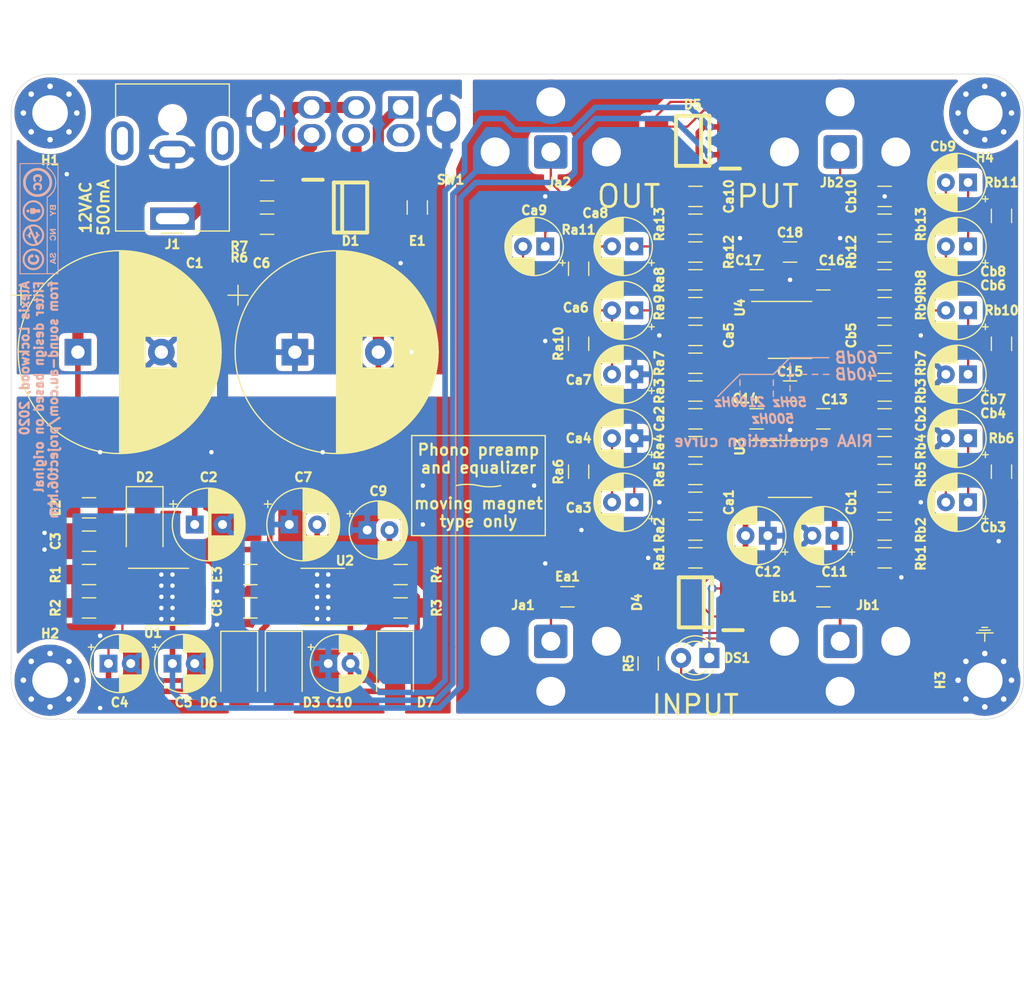
<source format=kicad_pcb>
(kicad_pcb (version 20200119) (host pcbnew "(5.99.0-1402-gb1ac504fc)")
  (layers (0 "F.Cu" signal) (31 "B.Cu" signal) (34 "B.Paste" user) (35 "F.Paste" user) (36 "B.SilkS" user) (37 "F.SilkS" user) (38 "B.Mask" user) (39 "F.Mask" user) (44 "Edge.Cuts" user))
  (net 0 "")
  (net 1 "GND")
  (net 2 "Net-(C1-Pad1)")
  (net 3 "Net-(E1-Pad1)")
  (net 4 "Net-(J1-Pad1)")
  (net 5 "/VIN+")
  (net 6 "/VIN-")
  (net 7 "Net-(D1-Pad3)")
  (net 8 "Net-(C4-Pad1)")
  (net 9 "Net-(C6-Pad2)")
  (net 10 "Net-(C9-Pad2)")
  (net 11 "Net-(D4-Pad3)")
  (net 12 "Net-(D4-Pad4)")
  (net 13 "Net-(DS1-Pad2)")
  (net 14 "Net-(Ca1-Pad1)")
  (net 15 "Net-(Ca2-Pad2)")
  (net 16 "Net-(Ca2-Pad1)")
  (net 17 "Net-(Ca3-Pad2)")
  (net 18 "Net-(Ca3-Pad1)")
  (net 19 "Net-(Ca5-Pad2)")
  (net 20 "Net-(Ca6-Pad2)")
  (net 21 "Net-(Ca6-Pad1)")
  (net 22 "Net-(Ca8-Pad2)")
  (net 23 "Net-(Ca8-Pad1)")
  (net 24 "Net-(Ca9-Pad1)")
  (net 25 "Net-(Ca10-Pad2)")
  (net 26 "Net-(Cb1-Pad1)")
  (net 27 "Net-(Cb2-Pad2)")
  (net 28 "Net-(Cb2-Pad1)")
  (net 29 "Net-(Cb3-Pad2)")
  (net 30 "Net-(Cb3-Pad1)")
  (net 31 "Net-(Cb5-Pad2)")
  (net 32 "Net-(Cb6-Pad2)")
  (net 33 "Net-(Cb6-Pad1)")
  (net 34 "Net-(Cb8-Pad2)")
  (net 35 "Net-(Cb8-Pad1)")
  (net 36 "Net-(Cb9-Pad2)")
  (net 37 "Net-(Cb10-Pad2)")
  (net 38 "Net-(Ea1-Pad1)")
  (net 39 "Net-(Eb1-Pad1)")
  (net 40 "Net-(Ra3-Pad2)")
  (net 41 "Net-(Ra8-Pad1)")
  (net 42 "Net-(Rb3-Pad2)")
  (net 43 "Net-(Rb8-Pad1)")
  (net 44 "Net-(U1-Pad8)")
  (net 45 "Net-(U1-Pad5)")
  (net 46 "Net-(U2-Pad8)")
  (net 47 "Net-(U2-Pad5)")
  (net 48 "+14V")
  (net 49 "-14V")
  (net 50 "Net-(R6-Pad1)")
  (net 51 "Net-(R7-Pad2)")
  (net 52 "Net-(SW1-Pad4)")
  (module "phonopreamp:MFS201N-16-Z" (layer "F.Cu") (at 66 41.25 180)
    (fp_text reference "SW1" (at -8.5 -5.25 unlocked) (layer "F.SilkS") (effects (font (size 0.8 0.8) (thickness 0.2))))
    (fp_text value "MFS201N-16-Z")
    (pad "SH" thru_hole oval (at 8.1 0 180) (size 2.5 4) (drill 1.8) (layers *.Cu *.Mask) (net 1 "GND"))
    (pad "SH" thru_hole oval (at -8.1 0 180) (size 2.5 4) (drill 1.8) (layers *.Cu *.Mask) (net 1 "GND"))
    (pad "6" thru_hole oval (at 4 -1.25 180) (size 2.5 2) (drill 1.4) (layers *.Cu *.Mask) (net 51 "Net-(R7-Pad2)"))
    (pad "5" thru_hole oval (at 0 -1.25 180) (size 2.5 2) (drill 1.4) (layers *.Cu *.Mask) (net 9 "Net-(C6-Pad2)"))
    (pad "4" thru_hole oval (at -4 -1.25 180) (size 2.5 2) (drill 1.4) (layers *.Cu *.Mask) (net 52 "Net-(SW1-Pad4)"))
    (pad "3" thru_hole oval (at 4 1.25 180) (size 2.5 2) (drill 1.4) (layers *.Cu *.Mask) (net 4 "Net-(J1-Pad1)"))
    (pad "2" thru_hole oval (at 0 1.25 180) (size 2.5 2) (drill 1.4) (layers *.Cu *.Mask) (net 4 "Net-(J1-Pad1)"))
    (pad "1" thru_hole rect (at -4 1.25 180) (size 2.25 2) (drill 1.4) (layers *.Cu *.Mask) (net 3 "Net-(E1-Pad1)"))
  )
  (module "Resistor_SMD:R_1206_3216Metric_Pad1.42x1.75mm_HandSolder" (layer "F.Cu") (at 58 47.5)
    (fp_text reference "R7" (at -2.5 5) (layer "F.SilkS") (effects (font (size 0.8 0.8) (thickness 0.2))))
    (fp_text value "240")
    (pad "2" smd roundrect (at 1.4875 0) (size 1.425 1.75) (layers "F.Cu" "F.Paste" "F.Mask") (roundrect_rratio 0.1754385964912281) (net 51 "Net-(R7-Pad2)"))
    (pad "1" smd roundrect (at -1.4875 0) (size 1.425 1.75) (layers "F.Cu" "F.Paste" "F.Mask") (roundrect_rratio 0.1754385964912281) (net 50 "Net-(R6-Pad1)"))
  )
  (module "Resistor_SMD:R_1206_3216Metric_Pad1.42x1.75mm_HandSolder" (layer "F.Cu") (at 58 50.5)
    (fp_text reference "R6" (at -2.5 3) (layer "F.SilkS") (effects (font (size 0.8 0.8) (thickness 0.2))))
    (fp_text value "240")
    (pad "2" smd roundrect (at 1.4875 0) (size 1.425 1.75) (layers "F.Cu" "F.Paste" "F.Mask") (roundrect_rratio 0.1754385964912281) (net 2 "Net-(C1-Pad1)"))
    (pad "1" smd roundrect (at -1.4875 0) (size 1.425 1.75) (layers "F.Cu" "F.Paste" "F.Mask") (roundrect_rratio 0.1754385964912281) (net 50 "Net-(R6-Pad1)"))
  )
  (module "Capacitor_THT:CP_Radial_D18.0mm_P7.50mm" (layer "F.Cu") (at 60.5 62)
    (fp_text reference "C6" (at -3 -8) (layer "F.SilkS") (effects (font (size 0.8 0.8) (thickness 0.2))))
    (fp_text value "2200µ")
    (pad "2" thru_hole circle (at 7.5 0) (size 2.4 2.4) (drill 1.2) (layers *.Cu *.Mask) (net 9 "Net-(C6-Pad2)"))
    (pad "1" thru_hole rect (at 0 0) (size 2.4 2.4) (drill 1.2) (layers *.Cu *.Mask) (net 1 "GND"))
  )
  (module "Capacitor_THT:CP_Radial_D18.0mm_P7.50mm" (layer "F.Cu") (at 41 62)
    (fp_text reference "C1" (at 10.5 -8) (layer "F.SilkS") (effects (font (size 0.8 0.8) (thickness 0.2))))
    (fp_text value "2200µ")
    (pad "2" thru_hole circle (at 7.5 0) (size 2.4 2.4) (drill 1.2) (layers *.Cu *.Mask) (net 1 "GND"))
    (pad "1" thru_hole rect (at 0 0) (size 2.4 2.4) (drill 1.2) (layers *.Cu *.Mask) (net 2 "Net-(C1-Pad1)"))
  )
  (module "LED_THT:LED_D3.0mm" (layer "F.Cu") (at 97.75 89.5 180)
    (fp_text reference "DS1" (at -2.5 0 180) (layer "F.SilkS") (effects (font (size 0.8 0.8) (thickness 0.2))))
    (fp_text value "RED")
    (pad "2" thru_hole circle (at 2.54 0 180) (size 1.8 1.8) (drill 0.9) (layers *.Cu *.Mask) (net 13 "Net-(DS1-Pad2)"))
    (pad "1" thru_hole rect (at 0 0 180) (size 1.8 1.8) (drill 0.9) (layers *.Cu *.Mask) (net 49 "-14V"))
  )
  (module "Diode_SMD:D_SMA" (layer "F.Cu") (at 69.5 90.5 -90)
    (fp_text reference "D7" (at 3 -2.75 180) (layer "F.SilkS") (effects (font (size 0.8 0.8) (thickness 0.2))))
    (fp_text value "S1G")
    (pad "2" smd rect (at 2 0 270) (size 2.5 1.8) (layers "F.Cu" "F.Paste" "F.Mask") (net 49 "-14V"))
    (pad "1" smd rect (at -2 0 270) (size 2.5 1.8) (layers "F.Cu" "F.Paste" "F.Mask") (net 10 "Net-(C9-Pad2)"))
  )
  (module "Diode_SMD:D_SMA" (layer "F.Cu") (at 55.5 90.5 -90)
    (fp_text reference "D6" (at 3 2.75 180) (layer "F.SilkS") (effects (font (size 0.8 0.8) (thickness 0.2))))
    (fp_text value "S1G")
    (pad "2" smd rect (at 2 0 270) (size 2.5 1.8) (layers "F.Cu" "F.Paste" "F.Mask") (net 8 "Net-(C4-Pad1)"))
    (pad "1" smd rect (at -2 0 270) (size 2.5 1.8) (layers "F.Cu" "F.Paste" "F.Mask") (net 48 "+14V"))
  )
  (module "w_logo:Logo_silk_CC-BY-NC-SA_10x3.6mm" (layer "B.Cu") (at 37.5 50 -90)
    (fp_text reference "G1" hide)
    (fp_text value "BY-NC-SA" hide)
  )
  (module "Capacitor_THT:CP_Radial_D6.3mm_P2.50mm" (layer "F.Cu") (at 60 77.5)
    (fp_text reference "C7" (at 1.25 -4.25) (layer "F.SilkS") (effects (font (size 0.8 0.8) (thickness 0.2))))
    (fp_text value "68µ")
    (pad "2" thru_hole circle (at 2.5 0) (size 1.6 1.6) (drill 0.8) (layers *.Cu *.Mask) (net 6 "/VIN-"))
    (pad "1" thru_hole rect (at 0 0) (size 1.6 1.6) (drill 0.8) (layers *.Cu *.Mask) (net 1 "GND"))
  )
  (module "Capacitor_THT:CP_Radial_D6.3mm_P2.50mm" (layer "F.Cu") (at 51.5 77.5)
    (fp_text reference "C2" (at 1.25 -4.25) (layer "F.SilkS") (effects (font (size 0.8 0.8) (thickness 0.2))))
    (fp_text value "68µ")
    (pad "2" thru_hole circle (at 2.5 0) (size 1.6 1.6) (drill 0.8) (layers *.Cu *.Mask) (net 1 "GND"))
    (pad "1" thru_hole rect (at 0 0) (size 1.6 1.6) (drill 0.8) (layers *.Cu *.Mask) (net 5 "/VIN+"))
  )
  (module "phonopreamp:MBxS" (layer "F.Cu") (at 65.5 49 -90)
    (fp_text reference "D1" (at 3 0 unlocked) (layer "F.SilkS") (effects (font (size 0.8 0.8) (thickness 0.2))))
    (fp_text value "MB10F")
    (pad "3" smd roundrect (at 1.27 -3.25) (size 2.1 1.55) (layers "F.Cu" "F.Paste" "F.Mask") (roundrect_rratio 0.1) (net 7 "Net-(D1-Pad3)"))
    (pad "2" smd roundrect (at 1.27 3.25) (size 2.1 1.55) (layers "F.Cu" "F.Paste" "F.Mask") (roundrect_rratio 0.1) (net 9 "Net-(C6-Pad2)"))
    (pad "1" smd roundrect (at -1.27 3.25) (size 2.1 1.55) (layers "F.Cu" "F.Paste" "F.Mask") (roundrect_rratio 0.1) (net 2 "Net-(C1-Pad1)"))
    (pad "4" smd roundrect (at -1.27 -3.25) (size 2.1 1.55) (layers "F.Cu" "F.Paste" "F.Mask") (roundrect_rratio 0.1) (net 7 "Net-(D1-Pad3)"))
  )
  (module "phonopreamp:MBxS" (layer "F.Cu") (at 96.5 84.5 90)
    (fp_text reference "D4" (at 0 -5.25 90 unlocked) (layer "F.SilkS") (effects (font (size 0.8 0.8) (thickness 0.2))))
    (fp_text value "MB10F")
    (pad "3" smd roundrect (at 1.27 -3.25 180) (size 2.1 1.55) (layers "F.Cu" "F.Paste" "F.Mask") (roundrect_rratio 0.1) (net 11 "Net-(D4-Pad3)"))
    (pad "2" smd roundrect (at 1.27 3.25 180) (size 2.1 1.55) (layers "F.Cu" "F.Paste" "F.Mask") (roundrect_rratio 0.1) (net 49 "-14V"))
    (pad "1" smd roundrect (at -1.27 3.25 180) (size 2.1 1.55) (layers "F.Cu" "F.Paste" "F.Mask") (roundrect_rratio 0.1) (net 48 "+14V"))
    (pad "4" smd roundrect (at -1.27 -3.25 180) (size 2.1 1.55) (layers "F.Cu" "F.Paste" "F.Mask") (roundrect_rratio 0.1) (net 12 "Net-(D4-Pad4)"))
  )
  (module "phonopreamp:RCJ-01x" (layer "F.Cu") (at 109.5 44)
    (fp_text reference "Jb2" (at -0.75 2.75 unlocked) (layer "F.SilkS") (effects (font (size 0.8 0.8) (thickness 0.2))))
    (fp_text value "OUT_R")
    (pad "2" thru_hole circle (at 0 -4.5) (size 4 4) (drill 2.6) (layers *.Cu *.Mask) (net 1 "GND"))
    (pad "2" thru_hole circle (at 5 0) (size 4 4) (drill 2.6) (layers *.Cu *.Mask) (net 1 "GND"))
    (pad "2" thru_hole circle (at -5 0) (size 4 4) (drill 2.6) (layers *.Cu *.Mask) (net 1 "GND"))
    (pad "1" thru_hole roundrect (at 0 0) (size 3 3) (drill 1.7) (layers *.Cu *.Mask) (roundrect_rratio 0.1) (net 37 "Net-(Cb10-Pad2)"))
  )
  (module "phonopreamp:RCJ-01x" (layer "F.Cu") (at 83.5 44)
    (fp_text reference "Ja2" (at 0.75 2.75 unlocked) (layer "F.SilkS") (effects (font (size 0.8 0.8) (thickness 0.2))))
    (fp_text value "OUT_L")
    (pad "2" thru_hole circle (at 0 -4.5) (size 4 4) (drill 2.6) (layers *.Cu *.Mask) (net 1 "GND"))
    (pad "2" thru_hole circle (at 5 0) (size 4 4) (drill 2.6) (layers *.Cu *.Mask) (net 1 "GND"))
    (pad "2" thru_hole circle (at -5 0) (size 4 4) (drill 2.6) (layers *.Cu *.Mask) (net 1 "GND"))
    (pad "1" thru_hole roundrect (at 0 0) (size 3 3) (drill 1.7) (layers *.Cu *.Mask) (roundrect_rratio 0.1) (net 25 "Net-(Ca10-Pad2)"))
  )
  (module "phonopreamp:MBxS" (layer "F.Cu") (at 96.25 43 90)
    (fp_text reference "D5" (at 3.25 0 unlocked) (layer "F.SilkS") (effects (font (size 0.8 0.8) (thickness 0.2))))
    (fp_text value "MB10F")
    (pad "3" smd roundrect (at 1.27 -3.25 180) (size 2.1 1.55) (layers "F.Cu" "F.Paste" "F.Mask") (roundrect_rratio 0.1) (net 37 "Net-(Cb10-Pad2)"))
    (pad "2" smd roundrect (at 1.27 3.25 180) (size 2.1 1.55) (layers "F.Cu" "F.Paste" "F.Mask") (roundrect_rratio 0.1) (net 49 "-14V"))
    (pad "1" smd roundrect (at -1.27 3.25 180) (size 2.1 1.55) (layers "F.Cu" "F.Paste" "F.Mask") (roundrect_rratio 0.1) (net 48 "+14V"))
    (pad "4" smd roundrect (at -1.27 -3.25 180) (size 2.1 1.55) (layers "F.Cu" "F.Paste" "F.Mask") (roundrect_rratio 0.1) (net 25 "Net-(Ca10-Pad2)"))
  )
  (module "Resistor_SMD:R_1206_3216Metric_Pad1.42x1.75mm_HandSolder" (layer "F.Cu") (at 124 49.75 90)
    (fp_text reference "Rb11" (at 3 0 180) (layer "F.SilkS") (effects (font (size 0.8 0.8) (thickness 0.2))))
    (fp_text value "470k")
    (pad "2" smd roundrect (at 1.4875 0 90) (size 1.425 1.75) (layers "F.Cu" "F.Paste" "F.Mask") (roundrect_rratio 0.1754385964912281) (net 35 "Net-(Cb8-Pad1)"))
    (pad "1" smd roundrect (at -1.4875 0 90) (size 1.425 1.75) (layers "F.Cu" "F.Paste" "F.Mask") (roundrect_rratio 0.1754385964912281) (net 48 "+14V"))
  )
  (module "Resistor_SMD:R_1206_3216Metric_Pad1.42x1.75mm_HandSolder" (layer "F.Cu") (at 86 54.5 90)
    (fp_text reference "Ra11" (at 3.5 0 180) (layer "F.SilkS") (effects (font (size 0.8 0.8) (thickness 0.2))))
    (fp_text value "470k")
    (pad "2" smd roundrect (at 1.4875 0 90) (size 1.425 1.75) (layers "F.Cu" "F.Paste" "F.Mask") (roundrect_rratio 0.1754385964912281) (net 22 "Net-(Ca8-Pad2)"))
    (pad "1" smd roundrect (at -1.4875 0 90) (size 1.425 1.75) (layers "F.Cu" "F.Paste" "F.Mask") (roundrect_rratio 0.1754385964912281) (net 49 "-14V"))
  )
  (module "Capacitor_THT:CP_Radial_D5.0mm_P2.00mm" (layer "F.Cu") (at 121 46.75 180)
    (fp_text reference "Cb9" (at 2.25 3.25) (layer "F.SilkS") (effects (font (size 0.8 0.8) (thickness 0.2))))
    (fp_text value "47µ")
    (pad "2" thru_hole circle (at 2 0 180) (size 1.6 1.6) (drill 0.8) (layers *.Cu *.Mask) (net 36 "Net-(Cb9-Pad2)"))
    (pad "1" thru_hole rect (at 0 0 180) (size 1.6 1.6) (drill 0.8) (layers *.Cu *.Mask) (net 35 "Net-(Cb8-Pad1)"))
  )
  (module "Capacitor_THT:CP_Radial_D5.0mm_P2.00mm" (layer "F.Cu") (at 83 52.5 180)
    (fp_text reference "Ca9" (at 1 3.25) (layer "F.SilkS") (effects (font (size 0.8 0.8) (thickness 0.2))))
    (fp_text value "47µ")
    (pad "2" thru_hole circle (at 2 0 180) (size 1.6 1.6) (drill 0.8) (layers *.Cu *.Mask) (net 22 "Net-(Ca8-Pad2)"))
    (pad "1" thru_hole rect (at 0 0 180) (size 1.6 1.6) (drill 0.8) (layers *.Cu *.Mask) (net 24 "Net-(Ca9-Pad1)"))
  )
  (module "Capacitor_THT:CP_Radial_D5.0mm_P2.00mm" (layer "F.Cu") (at 121 52.5 180)
    (fp_text reference "Cb8" (at -2.25 -2.25) (layer "F.SilkS") (effects (font (size 0.8 0.8) (thickness 0.2))))
    (fp_text value "47µ")
    (pad "2" thru_hole circle (at 2 0 180) (size 1.6 1.6) (drill 0.8) (layers *.Cu *.Mask) (net 34 "Net-(Cb8-Pad2)"))
    (pad "1" thru_hole rect (at 0 0 180) (size 1.6 1.6) (drill 0.8) (layers *.Cu *.Mask) (net 35 "Net-(Cb8-Pad1)"))
  )
  (module "Capacitor_THT:CP_Radial_D5.0mm_P2.00mm" (layer "F.Cu") (at 91 52.5 180)
    (fp_text reference "Ca8" (at 3.5 3) (layer "F.SilkS") (effects (font (size 0.8 0.8) (thickness 0.2))))
    (fp_text value "47µ")
    (pad "2" thru_hole circle (at 2 0 180) (size 1.6 1.6) (drill 0.8) (layers *.Cu *.Mask) (net 22 "Net-(Ca8-Pad2)"))
    (pad "1" thru_hole rect (at 0 0 180) (size 1.6 1.6) (drill 0.8) (layers *.Cu *.Mask) (net 23 "Net-(Ca8-Pad1)"))
  )
  (module "Resistor_SMD:R_1206_3216Metric_Pad1.42x1.75mm_HandSolder" (layer "F.Cu") (at 124 61.25 90)
    (fp_text reference "Rb10" (at 3 0 180) (layer "F.SilkS") (effects (font (size 0.8 0.8) (thickness 0.2))))
    (fp_text value "470k")
    (pad "2" smd roundrect (at 1.4875 0 90) (size 1.425 1.75) (layers "F.Cu" "F.Paste" "F.Mask") (roundrect_rratio 0.1754385964912281) (net 33 "Net-(Cb6-Pad1)"))
    (pad "1" smd roundrect (at -1.4875 0 90) (size 1.425 1.75) (layers "F.Cu" "F.Paste" "F.Mask") (roundrect_rratio 0.1754385964912281) (net 48 "+14V"))
  )
  (module "Resistor_SMD:R_1206_3216Metric_Pad1.42x1.75mm_HandSolder" (layer "F.Cu") (at 86 61.25 90)
    (fp_text reference "Ra10" (at 0 -1.82 90) (layer "F.SilkS") (effects (font (size 0.8 0.8) (thickness 0.2))))
    (fp_text value "470k")
    (pad "2" smd roundrect (at 1.4875 0 90) (size 1.425 1.75) (layers "F.Cu" "F.Paste" "F.Mask") (roundrect_rratio 0.1754385964912281) (net 20 "Net-(Ca6-Pad2)"))
    (pad "1" smd roundrect (at -1.4875 0 90) (size 1.425 1.75) (layers "F.Cu" "F.Paste" "F.Mask") (roundrect_rratio 0.1754385964912281) (net 49 "-14V"))
  )
  (module "Capacitor_THT:CP_Radial_D5.0mm_P2.00mm" (layer "F.Cu") (at 121 58.25 180)
    (fp_text reference "Cb6" (at -2.25 2.25) (layer "F.SilkS") (effects (font (size 0.8 0.8) (thickness 0.2))))
    (fp_text value "47µ")
    (pad "2" thru_hole circle (at 2 0 180) (size 1.6 1.6) (drill 0.8) (layers *.Cu *.Mask) (net 32 "Net-(Cb6-Pad2)"))
    (pad "1" thru_hole rect (at 0 0 180) (size 1.6 1.6) (drill 0.8) (layers *.Cu *.Mask) (net 33 "Net-(Cb6-Pad1)"))
  )
  (module "Capacitor_THT:CP_Radial_D5.0mm_P2.00mm" (layer "F.Cu") (at 91 58.25 180)
    (fp_text reference "Ca6" (at 5.25 0.25) (layer "F.SilkS") (effects (font (size 0.8 0.8) (thickness 0.2))))
    (fp_text value "47µ")
    (pad "2" thru_hole circle (at 2 0 180) (size 1.6 1.6) (drill 0.8) (layers *.Cu *.Mask) (net 20 "Net-(Ca6-Pad2)"))
    (pad "1" thru_hole rect (at 0 0 180) (size 1.6 1.6) (drill 0.8) (layers *.Cu *.Mask) (net 21 "Net-(Ca6-Pad1)"))
  )
  (module "Capacitor_THT:CP_Radial_D5.0mm_P2.00mm" (layer "F.Cu") (at 121 64 180)
    (fp_text reference "Cb7" (at -2.25 -2.25) (layer "F.SilkS") (effects (font (size 0.8 0.8) (thickness 0.2))))
    (fp_text value "47µ")
    (pad "2" thru_hole circle (at 2 0 180) (size 1.6 1.6) (drill 0.8) (layers *.Cu *.Mask) (net 1 "GND"))
    (pad "1" thru_hole rect (at 0 0 180) (size 1.6 1.6) (drill 0.8) (layers *.Cu *.Mask) (net 33 "Net-(Cb6-Pad1)"))
  )
  (module "Capacitor_THT:CP_Radial_D5.0mm_P2.00mm" (layer "F.Cu") (at 91 64 180)
    (fp_text reference "Ca7" (at 5 -0.5) (layer "F.SilkS") (effects (font (size 0.8 0.8) (thickness 0.2))))
    (fp_text value "47µ")
    (pad "2" thru_hole circle (at 2 0 180) (size 1.6 1.6) (drill 0.8) (layers *.Cu *.Mask) (net 20 "Net-(Ca6-Pad2)"))
    (pad "1" thru_hole rect (at 0 0 180) (size 1.6 1.6) (drill 0.8) (layers *.Cu *.Mask) (net 1 "GND"))
  )
  (module "Resistor_SMD:R_1206_3216Metric_Pad1.42x1.75mm_HandSolder" (layer "F.Cu") (at 124 72.75 90)
    (fp_text reference "Rb6" (at 3 0 180) (layer "F.SilkS") (effects (font (size 0.8 0.8) (thickness 0.2))))
    (fp_text value "470k")
    (pad "2" smd roundrect (at 1.4875 0 90) (size 1.425 1.75) (layers "F.Cu" "F.Paste" "F.Mask") (roundrect_rratio 0.1754385964912281) (net 30 "Net-(Cb3-Pad1)"))
    (pad "1" smd roundrect (at -1.4875 0 90) (size 1.425 1.75) (layers "F.Cu" "F.Paste" "F.Mask") (roundrect_rratio 0.1754385964912281) (net 48 "+14V"))
  )
  (module "Resistor_SMD:R_1206_3216Metric_Pad1.42x1.75mm_HandSolder" (layer "F.Cu") (at 86 72.75 90)
    (fp_text reference "Ra6" (at 0 -1.82 90) (layer "F.SilkS") (effects (font (size 0.8 0.8) (thickness 0.2))))
    (fp_text value "470k")
    (pad "2" smd roundrect (at 1.4875 0 90) (size 1.425 1.75) (layers "F.Cu" "F.Paste" "F.Mask") (roundrect_rratio 0.1754385964912281) (net 17 "Net-(Ca3-Pad2)"))
    (pad "1" smd roundrect (at -1.4875 0 90) (size 1.425 1.75) (layers "F.Cu" "F.Paste" "F.Mask") (roundrect_rratio 0.1754385964912281) (net 49 "-14V"))
  )
  (module "Capacitor_THT:CP_Radial_D5.0mm_P2.00mm" (layer "F.Cu") (at 121 75.5 180)
    (fp_text reference "Cb3" (at -2.25 -2.25) (layer "F.SilkS") (effects (font (size 0.8 0.8) (thickness 0.2))))
    (fp_text value "47µ")
    (pad "2" thru_hole circle (at 2 0 180) (size 1.6 1.6) (drill 0.8) (layers *.Cu *.Mask) (net 29 "Net-(Cb3-Pad2)"))
    (pad "1" thru_hole rect (at 0 0 180) (size 1.6 1.6) (drill 0.8) (layers *.Cu *.Mask) (net 30 "Net-(Cb3-Pad1)"))
  )
  (module "Capacitor_THT:CP_Radial_D5.0mm_P2.00mm" (layer "F.Cu") (at 91 75.5 180)
    (fp_text reference "Ca3" (at 5 -0.5) (layer "F.SilkS") (effects (font (size 0.8 0.8) (thickness 0.2))))
    (fp_text value "47µ")
    (pad "2" thru_hole circle (at 2 0 180) (size 1.6 1.6) (drill 0.8) (layers *.Cu *.Mask) (net 17 "Net-(Ca3-Pad2)"))
    (pad "1" thru_hole rect (at 0 0 180) (size 1.6 1.6) (drill 0.8) (layers *.Cu *.Mask) (net 18 "Net-(Ca3-Pad1)"))
  )
  (module "Capacitor_THT:CP_Radial_D5.0mm_P2.00mm" (layer "F.Cu") (at 121 69.75 180)
    (fp_text reference "Cb4" (at -2.25 2.25) (layer "F.SilkS") (effects (font (size 0.8 0.8) (thickness 0.2))))
    (fp_text value "47µ")
    (pad "2" thru_hole circle (at 2 0 180) (size 1.6 1.6) (drill 0.8) (layers *.Cu *.Mask) (net 1 "GND"))
    (pad "1" thru_hole rect (at 0 0 180) (size 1.6 1.6) (drill 0.8) (layers *.Cu *.Mask) (net 30 "Net-(Cb3-Pad1)"))
  )
  (module "Capacitor_THT:CP_Radial_D5.0mm_P2.00mm" (layer "F.Cu") (at 91 69.75 180)
    (fp_text reference "Ca4" (at 5 0) (layer "F.SilkS") (effects (font (size 0.8 0.8) (thickness 0.2))))
    (fp_text value "47µ")
    (pad "2" thru_hole circle (at 2 0 180) (size 1.6 1.6) (drill 0.8) (layers *.Cu *.Mask) (net 17 "Net-(Ca3-Pad2)"))
    (pad "1" thru_hole rect (at 0 0 180) (size 1.6 1.6) (drill 0.8) (layers *.Cu *.Mask) (net 1 "GND"))
  )
  (module "Inductor_SMD:L_1206_3216Metric_Pad1.42x1.75mm_HandSolder" (layer "F.Cu") (at 71.5 49 -90)
    (fp_text reference "E1" (at 3 0) (layer "F.SilkS") (effects (font (size 0.8 0.8) (thickness 0.2))))
    (fp_text value "600")
    (pad "2" smd roundrect (at 1.4875 0 270) (size 1.425 1.75) (layers "F.Cu" "F.Paste" "F.Mask") (roundrect_rratio 0.1754385964912281) (net 7 "Net-(D1-Pad3)"))
    (pad "1" smd roundrect (at -1.4875 0 270) (size 1.425 1.75) (layers "F.Cu" "F.Paste" "F.Mask") (roundrect_rratio 0.1754385964912281) (net 3 "Net-(E1-Pad1)"))
  )
  (module "Capacitor_THT:CP_Radial_D5.0mm_P2.00mm" (layer "F.Cu") (at 49.5 90)
    (fp_text reference "C5" (at 1 3.5) (layer "F.SilkS") (effects (font (size 0.8 0.8) (thickness 0.2))))
    (fp_text value "100µ")
    (pad "2" thru_hole circle (at 2 0) (size 1.6 1.6) (drill 0.8) (layers *.Cu *.Mask) (net 1 "GND"))
    (pad "1" thru_hole rect (at 0 0) (size 1.6 1.6) (drill 0.8) (layers *.Cu *.Mask) (net 48 "+14V"))
  )
  (module "Capacitor_THT:CP_Radial_D5.0mm_P2.00mm" (layer "F.Cu") (at 103 78.5 180)
    (fp_text reference "C12" (at 0 -3.25) (layer "F.SilkS") (effects (font (size 0.8 0.8) (thickness 0.2))))
    (fp_text value "100µ")
    (pad "2" thru_hole circle (at 2 0 180) (size 1.6 1.6) (drill 0.8) (layers *.Cu *.Mask) (net 49 "-14V"))
    (pad "1" thru_hole rect (at 0 0 180) (size 1.6 1.6) (drill 0.8) (layers *.Cu *.Mask) (net 1 "GND"))
  )
  (module "Capacitor_THT:CP_Radial_D5.0mm_P2.00mm" (layer "F.Cu") (at 109 78.5 180)
    (fp_text reference "C11" (at 0 -3.25) (layer "F.SilkS") (effects (font (size 0.8 0.8) (thickness 0.2))))
    (fp_text value "100µ")
    (pad "2" thru_hole circle (at 2 0 180) (size 1.6 1.6) (drill 0.8) (layers *.Cu *.Mask) (net 1 "GND"))
    (pad "1" thru_hole rect (at 0 0 180) (size 1.6 1.6) (drill 0.8) (layers *.Cu *.Mask) (net 48 "+14V"))
  )
  (module "Diode_SMD:D_SMA" (layer "F.Cu") (at 59.5 90.5 -90)
    (fp_text reference "D3" (at 3 -2.5 -180) (layer "F.SilkS") (effects (font (size 0.8 0.8) (thickness 0.2))))
    (fp_text value "S1G")
    (pad "2" smd rect (at 2 0 270) (size 2.5 1.8) (layers "F.Cu" "F.Paste" "F.Mask") (net 6 "/VIN-"))
    (pad "1" smd rect (at -2 0 270) (size 2.5 1.8) (layers "F.Cu" "F.Paste" "F.Mask") (net 49 "-14V"))
  )
  (module "Diode_SMD:D_SMA" (layer "F.Cu") (at 47 77.5 -90)
    (fp_text reference "D2" (at -4.25 0 180) (layer "F.SilkS") (effects (font (size 0.8 0.8) (thickness 0.2))))
    (fp_text value "S1G")
    (pad "2" smd rect (at 2 0 270) (size 2.5 1.8) (layers "F.Cu" "F.Paste" "F.Mask") (net 48 "+14V"))
    (pad "1" smd rect (at -2 0 270) (size 2.5 1.8) (layers "F.Cu" "F.Paste" "F.Mask") (net 5 "/VIN+"))
  )
  (module "Package_SO:SOIC-8_3.9x4.9mm_P1.27mm" (layer "F.Cu") (at 105 60)
    (fp_text reference "U4" (at -4.5 -2 90) (layer "F.SilkS") (effects (font (size 0.8 0.8) (thickness 0.2))))
    (fp_text value "LM4562")
    (pad "8" smd roundrect (at 2.475 -1.905) (size 1.95 0.6) (layers "F.Cu" "F.Paste" "F.Mask") (net 48 "+14V"))
    (pad "7" smd roundrect (at 2.475 -0.635) (size 1.95 0.6) (layers "F.Cu" "F.Paste" "F.Mask") (net 34 "Net-(Cb8-Pad2)"))
    (pad "6" smd roundrect (at 2.475 0.635) (size 1.95 0.6) (layers "F.Cu" "F.Paste" "F.Mask") (net 43 "Net-(Rb8-Pad1)"))
    (pad "5" smd roundrect (at 2.475 1.905) (size 1.95 0.6) (layers "F.Cu" "F.Paste" "F.Mask") (net 31 "Net-(Cb5-Pad2)"))
    (pad "4" smd roundrect (at -2.475 1.905) (size 1.95 0.6) (layers "F.Cu" "F.Paste" "F.Mask") (net 49 "-14V"))
    (pad "3" smd roundrect (at -2.475 0.635) (size 1.95 0.6) (layers "F.Cu" "F.Paste" "F.Mask") (net 19 "Net-(Ca5-Pad2)"))
    (pad "2" smd roundrect (at -2.475 -0.635) (size 1.95 0.6) (layers "F.Cu" "F.Paste" "F.Mask") (net 41 "Net-(Ra8-Pad1)"))
    (pad "1" smd roundrect (at -2.475 -1.905) (size 1.95 0.6) (layers "F.Cu" "F.Paste" "F.Mask") (net 23 "Net-(Ca8-Pad1)"))
  )
  (module "Package_SO:SOIC-8_3.9x4.9mm_P1.27mm" (layer "F.Cu") (at 105 72.5)
    (fp_text reference "U3" (at -4.5 -2 90) (layer "F.SilkS") (effects (font (size 0.8 0.8) (thickness 0.2))))
    (fp_text value "LM4562")
    (pad "8" smd roundrect (at 2.475 -1.905) (size 1.95 0.6) (layers "F.Cu" "F.Paste" "F.Mask") (net 48 "+14V"))
    (pad "7" smd roundrect (at 2.475 -0.635) (size 1.95 0.6) (layers "F.Cu" "F.Paste" "F.Mask") (net 42 "Net-(Rb3-Pad2)"))
    (pad "6" smd roundrect (at 2.475 0.635) (size 1.95 0.6) (layers "F.Cu" "F.Paste" "F.Mask") (net 28 "Net-(Cb2-Pad1)"))
    (pad "5" smd roundrect (at 2.475 1.905) (size 1.95 0.6) (layers "F.Cu" "F.Paste" "F.Mask") (net 26 "Net-(Cb1-Pad1)"))
    (pad "4" smd roundrect (at -2.475 1.905) (size 1.95 0.6) (layers "F.Cu" "F.Paste" "F.Mask") (net 49 "-14V"))
    (pad "3" smd roundrect (at -2.475 0.635) (size 1.95 0.6) (layers "F.Cu" "F.Paste" "F.Mask") (net 14 "Net-(Ca1-Pad1)"))
    (pad "2" smd roundrect (at -2.475 -0.635) (size 1.95 0.6) (layers "F.Cu" "F.Paste" "F.Mask") (net 16 "Net-(Ca2-Pad1)"))
    (pad "1" smd roundrect (at -2.475 -1.905) (size 1.95 0.6) (layers "F.Cu" "F.Paste" "F.Mask") (net 40 "Net-(Ra3-Pad2)"))
  )
  (module "Resistor_SMD:R_1206_3216Metric_Pad1.42x1.75mm_HandSolder" (layer "F.Cu") (at 113.5 50.5 180)
    (fp_text reference "Rb13" (at -3.25 0 90) (layer "F.SilkS") (effects (font (size 0.8 0.8) (thickness 0.2))))
    (fp_text value "620")
    (pad "2" smd roundrect (at 1.4875 0 180) (size 1.425 1.75) (layers "F.Cu" "F.Paste" "F.Mask") (roundrect_rratio 0.1754385964912281) (net 37 "Net-(Cb10-Pad2)"))
    (pad "1" smd roundrect (at -1.4875 0 180) (size 1.425 1.75) (layers "F.Cu" "F.Paste" "F.Mask") (roundrect_rratio 0.1754385964912281) (net 36 "Net-(Cb9-Pad2)"))
  )
  (module "Resistor_SMD:R_1206_3216Metric_Pad1.42x1.75mm_HandSolder" (layer "F.Cu") (at 96.5 50.5)
    (fp_text reference "Ra13" (at -3.25 0 90) (layer "F.SilkS") (effects (font (size 0.8 0.8) (thickness 0.2))))
    (fp_text value "620")
    (pad "2" smd roundrect (at 1.4875 0) (size 1.425 1.75) (layers "F.Cu" "F.Paste" "F.Mask") (roundrect_rratio 0.1754385964912281) (net 25 "Net-(Ca10-Pad2)"))
    (pad "1" smd roundrect (at -1.4875 0) (size 1.425 1.75) (layers "F.Cu" "F.Paste" "F.Mask") (roundrect_rratio 0.1754385964912281) (net 24 "Net-(Ca9-Pad1)"))
  )
  (module "Resistor_SMD:R_1206_3216Metric_Pad1.42x1.75mm_HandSolder" (layer "F.Cu") (at 113.5 53)
    (fp_text reference "Rb12" (at -3 0 90) (layer "F.SilkS") (effects (font (size 0.8 0.8) (thickness 0.2))))
    (fp_text value "100k")
    (pad "2" smd roundrect (at 1.4875 0) (size 1.425 1.75) (layers "F.Cu" "F.Paste" "F.Mask") (roundrect_rratio 0.1754385964912281) (net 36 "Net-(Cb9-Pad2)"))
    (pad "1" smd roundrect (at -1.4875 0) (size 1.425 1.75) (layers "F.Cu" "F.Paste" "F.Mask") (roundrect_rratio 0.1754385964912281) (net 1 "GND"))
  )
  (module "Resistor_SMD:R_1206_3216Metric_Pad1.42x1.75mm_HandSolder" (layer "F.Cu") (at 96.5 53 180)
    (fp_text reference "Ra12" (at -3 0 90) (layer "F.SilkS") (effects (font (size 0.8 0.8) (thickness 0.2))))
    (fp_text value "100k")
    (pad "2" smd roundrect (at 1.4875 0 180) (size 1.425 1.75) (layers "F.Cu" "F.Paste" "F.Mask") (roundrect_rratio 0.1754385964912281) (net 24 "Net-(Ca9-Pad1)"))
    (pad "1" smd roundrect (at -1.4875 0 180) (size 1.425 1.75) (layers "F.Cu" "F.Paste" "F.Mask") (roundrect_rratio 0.1754385964912281) (net 1 "GND"))
  )
  (module "Resistor_SMD:R_1206_3216Metric_Pad1.42x1.75mm_HandSolder" (layer "F.Cu") (at 92.25 90 90)
    (fp_text reference "R5" (at 0.0125 -1.75 90) (layer "F.SilkS") (effects (font (size 0.8 0.8) (thickness 0.2))))
    (fp_text value "10k")
    (pad "2" smd roundrect (at 1.4875 0 90) (size 1.425 1.75) (layers "F.Cu" "F.Paste" "F.Mask") (roundrect_rratio 0.1754385964912281) (net 48 "+14V"))
    (pad "1" smd roundrect (at -1.4875 0 90) (size 1.425 1.75) (layers "F.Cu" "F.Paste" "F.Mask") (roundrect_rratio 0.1754385964912281) (net 13 "Net-(DS1-Pad2)"))
  )
  (module "Resistor_SMD:R_1206_3216Metric_Pad1.42x1.75mm_HandSolder" (layer "F.Cu") (at 113.5 55.5 180)
    (fp_text reference "Rb8" (at -3.25 -0.25 90) (layer "F.SilkS") (effects (font (size 0.8 0.8) (thickness 0.2))))
    (fp_text value "100k/1%")
    (pad "2" smd roundrect (at 1.4875 0 180) (size 1.425 1.75) (layers "F.Cu" "F.Paste" "F.Mask") (roundrect_rratio 0.1754385964912281) (net 34 "Net-(Cb8-Pad2)"))
    (pad "1" smd roundrect (at -1.4875 0 180) (size 1.425 1.75) (layers "F.Cu" "F.Paste" "F.Mask") (roundrect_rratio 0.1754385964912281) (net 43 "Net-(Rb8-Pad1)"))
  )
  (module "Resistor_SMD:R_1206_3216Metric_Pad1.42x1.75mm_HandSolder" (layer "F.Cu") (at 96.5 55.5)
    (fp_text reference "Ra8" (at -3.25 0 90) (layer "F.SilkS") (effects (font (size 0.8 0.8) (thickness 0.2))))
    (fp_text value "100k/1%")
    (pad "2" smd roundrect (at 1.4875 0) (size 1.425 1.75) (layers "F.Cu" "F.Paste" "F.Mask") (roundrect_rratio 0.1754385964912281) (net 23 "Net-(Ca8-Pad1)"))
    (pad "1" smd roundrect (at -1.4875 0) (size 1.425 1.75) (layers "F.Cu" "F.Paste" "F.Mask") (roundrect_rratio 0.1754385964912281) (net 41 "Net-(Ra8-Pad1)"))
  )
  (module "Resistor_SMD:R_1206_3216Metric_Pad1.42x1.75mm_HandSolder" (layer "F.Cu") (at 113.5 58 180)
    (fp_text reference "Rb9" (at -3.25 0 90) (layer "F.SilkS") (effects (font (size 0.8 0.8) (thickness 0.2))))
    (fp_text value "2k7/1%")
    (pad "2" smd roundrect (at 1.4875 0 180) (size 1.425 1.75) (layers "F.Cu" "F.Paste" "F.Mask") (roundrect_rratio 0.1754385964912281) (net 43 "Net-(Rb8-Pad1)"))
    (pad "1" smd roundrect (at -1.4875 0 180) (size 1.425 1.75) (layers "F.Cu" "F.Paste" "F.Mask") (roundrect_rratio 0.1754385964912281) (net 32 "Net-(Cb6-Pad2)"))
  )
  (module "Resistor_SMD:R_1206_3216Metric_Pad1.42x1.75mm_HandSolder" (layer "F.Cu") (at 96.5 58)
    (fp_text reference "Ra9" (at -3.25 0 90) (layer "F.SilkS") (effects (font (size 0.8 0.8) (thickness 0.2))))
    (fp_text value "2k7/1%")
    (pad "2" smd roundrect (at 1.4875 0) (size 1.425 1.75) (layers "F.Cu" "F.Paste" "F.Mask") (roundrect_rratio 0.1754385964912281) (net 41 "Net-(Ra8-Pad1)"))
    (pad "1" smd roundrect (at -1.4875 0) (size 1.425 1.75) (layers "F.Cu" "F.Paste" "F.Mask") (roundrect_rratio 0.1754385964912281) (net 21 "Net-(Ca6-Pad1)"))
  )
  (module "Resistor_SMD:R_1206_3216Metric_Pad1.42x1.75mm_HandSolder" (layer "F.Cu") (at 113.5 63 180)
    (fp_text reference "Rb7" (at -3.25 0 90) (layer "F.SilkS") (effects (font (size 0.8 0.8) (thickness 0.2))))
    (fp_text value "3k4/1%")
    (pad "2" smd roundrect (at 1.4875 0 180) (size 1.425 1.75) (layers "F.Cu" "F.Paste" "F.Mask") (roundrect_rratio 0.1754385964912281) (net 31 "Net-(Cb5-Pad2)"))
    (pad "1" smd roundrect (at -1.4875 0 180) (size 1.425 1.75) (layers "F.Cu" "F.Paste" "F.Mask") (roundrect_rratio 0.1754385964912281) (net 42 "Net-(Rb3-Pad2)"))
  )
  (module "Resistor_SMD:R_1206_3216Metric_Pad1.42x1.75mm_HandSolder" (layer "F.Cu") (at 96.5 63)
    (fp_text reference "Ra7" (at -3.25 0 90) (layer "F.SilkS") (effects (font (size 0.8 0.8) (thickness 0.2))))
    (fp_text value "3k4/1%")
    (pad "2" smd roundrect (at 1.4875 0) (size 1.425 1.75) (layers "F.Cu" "F.Paste" "F.Mask") (roundrect_rratio 0.1754385964912281) (net 19 "Net-(Ca5-Pad2)"))
    (pad "1" smd roundrect (at -1.4875 0) (size 1.425 1.75) (layers "F.Cu" "F.Paste" "F.Mask") (roundrect_rratio 0.1754385964912281) (net 40 "Net-(Ra3-Pad2)"))
  )
  (module "Resistor_SMD:R_1206_3216Metric_Pad1.42x1.75mm_HandSolder" (layer "F.Cu") (at 113.5 65.5)
    (fp_text reference "Rb3" (at 3.25 0 90) (layer "F.SilkS") (effects (font (size 0.8 0.8) (thickness 0.2))))
    (fp_text value "10k/1%")
    (pad "2" smd roundrect (at 1.4875 0) (size 1.425 1.75) (layers "F.Cu" "F.Paste" "F.Mask") (roundrect_rratio 0.1754385964912281) (net 42 "Net-(Rb3-Pad2)"))
    (pad "1" smd roundrect (at -1.4875 0) (size 1.425 1.75) (layers "F.Cu" "F.Paste" "F.Mask") (roundrect_rratio 0.1754385964912281) (net 27 "Net-(Cb2-Pad2)"))
  )
  (module "Resistor_SMD:R_1206_3216Metric_Pad1.42x1.75mm_HandSolder" (layer "F.Cu") (at 96.5 65.5 180)
    (fp_text reference "Ra3" (at 3.25 0 90) (layer "F.SilkS") (effects (font (size 0.8 0.8) (thickness 0.2))))
    (fp_text value "10k/1%")
    (pad "2" smd roundrect (at 1.4875 0 180) (size 1.425 1.75) (layers "F.Cu" "F.Paste" "F.Mask") (roundrect_rratio 0.1754385964912281) (net 40 "Net-(Ra3-Pad2)"))
    (pad "1" smd roundrect (at -1.4875 0 180) (size 1.425 1.75) (layers "F.Cu" "F.Paste" "F.Mask") (roundrect_rratio 0.1754385964912281) (net 15 "Net-(Ca2-Pad2)"))
  )
  (module "Resistor_SMD:R_1206_3216Metric_Pad1.42x1.75mm_HandSolder" (layer "F.Cu") (at 113.5 70.5 180)
    (fp_text reference "Rb4" (at -3.25 0 90) (layer "F.SilkS") (effects (font (size 0.8 0.8) (thickness 0.2))))
    (fp_text value "180k/1%")
    (pad "2" smd roundrect (at 1.4875 0 180) (size 1.425 1.75) (layers "F.Cu" "F.Paste" "F.Mask") (roundrect_rratio 0.1754385964912281) (net 42 "Net-(Rb3-Pad2)"))
    (pad "1" smd roundrect (at -1.4875 0 180) (size 1.425 1.75) (layers "F.Cu" "F.Paste" "F.Mask") (roundrect_rratio 0.1754385964912281) (net 28 "Net-(Cb2-Pad1)"))
  )
  (module "Resistor_SMD:R_1206_3216Metric_Pad1.42x1.75mm_HandSolder" (layer "F.Cu") (at 96.5 70.5)
    (fp_text reference "Ra4" (at -3.25 0 90) (layer "F.SilkS") (effects (font (size 0.8 0.8) (thickness 0.2))))
    (fp_text value "180k/1%")
    (pad "2" smd roundrect (at 1.4875 0) (size 1.425 1.75) (layers "F.Cu" "F.Paste" "F.Mask") (roundrect_rratio 0.1754385964912281) (net 40 "Net-(Ra3-Pad2)"))
    (pad "1" smd roundrect (at -1.4875 0) (size 1.425 1.75) (layers "F.Cu" "F.Paste" "F.Mask") (roundrect_rratio 0.1754385964912281) (net 16 "Net-(Ca2-Pad1)"))
  )
  (module "Resistor_SMD:R_1206_3216Metric_Pad1.42x1.75mm_HandSolder" (layer "F.Cu") (at 113.5 73 180)
    (fp_text reference "Rb5" (at -3.25 0 90) (layer "F.SilkS") (effects (font (size 0.8 0.8) (thickness 0.2))))
    (fp_text value "4k7/1%")
    (pad "2" smd roundrect (at 1.4875 0 180) (size 1.425 1.75) (layers "F.Cu" "F.Paste" "F.Mask") (roundrect_rratio 0.1754385964912281) (net 28 "Net-(Cb2-Pad1)"))
    (pad "1" smd roundrect (at -1.4875 0 180) (size 1.425 1.75) (layers "F.Cu" "F.Paste" "F.Mask") (roundrect_rratio 0.1754385964912281) (net 29 "Net-(Cb3-Pad2)"))
  )
  (module "Resistor_SMD:R_1206_3216Metric_Pad1.42x1.75mm_HandSolder" (layer "F.Cu") (at 96.5 73)
    (fp_text reference "Ra5" (at -3.25 0 90) (layer "F.SilkS") (effects (font (size 0.8 0.8) (thickness 0.2))))
    (fp_text value "4k7/1%")
    (pad "2" smd roundrect (at 1.4875 0) (size 1.425 1.75) (layers "F.Cu" "F.Paste" "F.Mask") (roundrect_rratio 0.1754385964912281) (net 16 "Net-(Ca2-Pad1)"))
    (pad "1" smd roundrect (at -1.4875 0) (size 1.425 1.75) (layers "F.Cu" "F.Paste" "F.Mask") (roundrect_rratio 0.1754385964912281) (net 18 "Net-(Ca3-Pad1)"))
  )
  (module "Resistor_SMD:R_1206_3216Metric_Pad1.42x1.75mm_HandSolder" (layer "F.Cu") (at 113.5 78 180)
    (fp_text reference "Rb2" (at -3.25 0 90) (layer "F.SilkS") (effects (font (size 0.8 0.8) (thickness 0.2))))
    (fp_text value "4k7")
    (pad "2" smd roundrect (at 1.4875 0 180) (size 1.425 1.75) (layers "F.Cu" "F.Paste" "F.Mask") (roundrect_rratio 0.1754385964912281) (net 26 "Net-(Cb1-Pad1)"))
    (pad "1" smd roundrect (at -1.4875 0 180) (size 1.425 1.75) (layers "F.Cu" "F.Paste" "F.Mask") (roundrect_rratio 0.1754385964912281) (net 12 "Net-(D4-Pad4)"))
  )
  (module "Resistor_SMD:R_1206_3216Metric_Pad1.42x1.75mm_HandSolder" (layer "F.Cu") (at 96.5 78 180)
    (fp_text reference "Ra2" (at 3.25 0 90) (layer "F.SilkS") (effects (font (size 0.8 0.8) (thickness 0.2))))
    (fp_text value "4k7")
    (pad "2" smd roundrect (at 1.4875 0 180) (size 1.425 1.75) (layers "F.Cu" "F.Paste" "F.Mask") (roundrect_rratio 0.1754385964912281) (net 14 "Net-(Ca1-Pad1)"))
    (pad "1" smd roundrect (at -1.4875 0 180) (size 1.425 1.75) (layers "F.Cu" "F.Paste" "F.Mask") (roundrect_rratio 0.1754385964912281) (net 11 "Net-(D4-Pad3)"))
  )
  (module "Resistor_SMD:R_1206_3216Metric_Pad1.42x1.75mm_HandSolder" (layer "F.Cu") (at 113.5 80.5 180)
    (fp_text reference "Rb1" (at -3.25 0 90) (layer "F.SilkS") (effects (font (size 0.8 0.8) (thickness 0.2))))
    (fp_text value "47k")
    (pad "2" smd roundrect (at 1.4875 0 180) (size 1.425 1.75) (layers "F.Cu" "F.Paste" "F.Mask") (roundrect_rratio 0.1754385964912281) (net 12 "Net-(D4-Pad4)"))
    (pad "1" smd roundrect (at -1.4875 0 180) (size 1.425 1.75) (layers "F.Cu" "F.Paste" "F.Mask") (roundrect_rratio 0.1754385964912281) (net 1 "GND"))
  )
  (module "Resistor_SMD:R_1206_3216Metric_Pad1.42x1.75mm_HandSolder" (layer "F.Cu") (at 96.5 80.5)
    (fp_text reference "Ra1" (at -3.25 0 90) (layer "F.SilkS") (effects (font (size 0.8 0.8) (thickness 0.2))))
    (fp_text value "47k")
    (pad "2" smd roundrect (at 1.4875 0) (size 1.425 1.75) (layers "F.Cu" "F.Paste" "F.Mask") (roundrect_rratio 0.1754385964912281) (net 11 "Net-(D4-Pad3)"))
    (pad "1" smd roundrect (at -1.4875 0) (size 1.425 1.75) (layers "F.Cu" "F.Paste" "F.Mask") (roundrect_rratio 0.1754385964912281) (net 1 "GND"))
  )
  (module "phonopreamp:RCJ-01x" (layer "F.Cu") (at 109.5 88 180)
    (fp_text reference "Jb1" (at -2.5 3.25 unlocked) (layer "F.SilkS") (effects (font (size 0.8 0.8) (thickness 0.2))))
    (fp_text value "IN_R")
    (pad "2" thru_hole circle (at 0 -4.5 180) (size 4 4) (drill 2.6) (layers *.Cu *.Mask) (net 1 "GND"))
    (pad "2" thru_hole circle (at 5 0 180) (size 4 4) (drill 2.6) (layers *.Cu *.Mask) (net 1 "GND"))
    (pad "2" thru_hole circle (at -5 0 180) (size 4 4) (drill 2.6) (layers *.Cu *.Mask) (net 1 "GND"))
    (pad "1" thru_hole roundrect (at 0 0 180) (size 3 3) (drill 1.7) (layers *.Cu *.Mask) (roundrect_rratio 0.1) (net 39 "Net-(Eb1-Pad1)"))
  )
  (module "phonopreamp:RCJ-01x" (layer "F.Cu") (at 83.5 88 180)
    (fp_text reference "Ja1" (at 2.5 3.25 unlocked) (layer "F.SilkS") (effects (font (size 0.8 0.8) (thickness 0.2))))
    (fp_text value "IN_L")
    (pad "2" thru_hole circle (at 0 -4.5 180) (size 4 4) (drill 2.6) (layers *.Cu *.Mask) (net 1 "GND"))
    (pad "2" thru_hole circle (at 5 0 180) (size 4 4) (drill 2.6) (layers *.Cu *.Mask) (net 1 "GND"))
    (pad "2" thru_hole circle (at -5 0 180) (size 4 4) (drill 2.6) (layers *.Cu *.Mask) (net 1 "GND"))
    (pad "1" thru_hole roundrect (at 0 0 180) (size 3 3) (drill 1.7) (layers *.Cu *.Mask) (roundrect_rratio 0.1) (net 38 "Net-(Ea1-Pad1)"))
  )
  (module "Inductor_SMD:L_1206_3216Metric_Pad1.42x1.75mm_HandSolder" (layer "F.Cu") (at 108 84 180)
    (fp_text reference "Eb1" (at 3.5 0 180) (layer "F.SilkS") (effects (font (size 0.8 0.8) (thickness 0.2))))
    (fp_text value "600")
    (pad "2" smd roundrect (at 1.4875 0 180) (size 1.425 1.75) (layers "F.Cu" "F.Paste" "F.Mask") (roundrect_rratio 0.1754385964912281) (net 12 "Net-(D4-Pad4)"))
    (pad "1" smd roundrect (at -1.4875 0 180) (size 1.425 1.75) (layers "F.Cu" "F.Paste" "F.Mask") (roundrect_rratio 0.1754385964912281) (net 39 "Net-(Eb1-Pad1)"))
  )
  (module "Inductor_SMD:L_1206_3216Metric_Pad1.42x1.75mm_HandSolder" (layer "F.Cu") (at 85 84)
    (fp_text reference "Ea1" (at 0 -1.82) (layer "F.SilkS") (effects (font (size 0.8 0.8) (thickness 0.2))))
    (fp_text value "600")
    (pad "2" smd roundrect (at 1.4875 0) (size 1.425 1.75) (layers "F.Cu" "F.Paste" "F.Mask") (roundrect_rratio 0.1754385964912281) (net 11 "Net-(D4-Pad3)"))
    (pad "1" smd roundrect (at -1.4875 0) (size 1.425 1.75) (layers "F.Cu" "F.Paste" "F.Mask") (roundrect_rratio 0.1754385964912281) (net 38 "Net-(Ea1-Pad1)"))
  )
  (module "Capacitor_SMD:C_1206_3216Metric_Pad1.42x1.75mm_HandSolder" (layer "F.Cu") (at 105 53 180)
    (fp_text reference "C18" (at 0 1.75) (layer "F.SilkS") (effects (font (size 0.8 0.8) (thickness 0.2))))
    (fp_text value "100n")
    (pad "2" smd roundrect (at 1.4875 0 180) (size 1.425 1.75) (layers "F.Cu" "F.Paste" "F.Mask") (roundrect_rratio 0.1754385964912281) (net 49 "-14V"))
    (pad "1" smd roundrect (at -1.4875 0 180) (size 1.425 1.75) (layers "F.Cu" "F.Paste" "F.Mask") (roundrect_rratio 0.1754385964912281) (net 48 "+14V"))
  )
  (module "Capacitor_SMD:C_1206_3216Metric_Pad1.42x1.75mm_HandSolder" (layer "F.Cu") (at 105 65.5 180)
    (fp_text reference "C15" (at 0 1.75) (layer "F.SilkS") (effects (font (size 0.8 0.8) (thickness 0.2))))
    (fp_text value "100n")
    (pad "2" smd roundrect (at 1.4875 0 180) (size 1.425 1.75) (layers "F.Cu" "F.Paste" "F.Mask") (roundrect_rratio 0.1754385964912281) (net 49 "-14V"))
    (pad "1" smd roundrect (at -1.4875 0 180) (size 1.425 1.75) (layers "F.Cu" "F.Paste" "F.Mask") (roundrect_rratio 0.1754385964912281) (net 48 "+14V"))
  )
  (module "Capacitor_SMD:C_1206_3216Metric_Pad1.42x1.75mm_HandSolder" (layer "F.Cu") (at 102 55.5)
    (fp_text reference "C17" (at -0.75 -1.75) (layer "F.SilkS") (effects (font (size 0.8 0.8) (thickness 0.2))))
    (fp_text value "100n")
    (pad "2" smd roundrect (at 1.4875 0) (size 1.425 1.75) (layers "F.Cu" "F.Paste" "F.Mask") (roundrect_rratio 0.1754385964912281) (net 1 "GND"))
    (pad "1" smd roundrect (at -1.4875 0) (size 1.425 1.75) (layers "F.Cu" "F.Paste" "F.Mask") (roundrect_rratio 0.1754385964912281) (net 49 "-14V"))
  )
  (module "Capacitor_SMD:C_1206_3216Metric_Pad1.42x1.75mm_HandSolder" (layer "F.Cu") (at 108 55.5 180)
    (fp_text reference "C16" (at -0.75 1.75) (layer "F.SilkS") (effects (font (size 0.8 0.8) (thickness 0.2))))
    (fp_text value "100n")
    (pad "2" smd roundrect (at 1.4875 0 180) (size 1.425 1.75) (layers "F.Cu" "F.Paste" "F.Mask") (roundrect_rratio 0.1754385964912281) (net 1 "GND"))
    (pad "1" smd roundrect (at -1.4875 0 180) (size 1.425 1.75) (layers "F.Cu" "F.Paste" "F.Mask") (roundrect_rratio 0.1754385964912281) (net 48 "+14V"))
  )
  (module "Capacitor_SMD:C_1206_3216Metric_Pad1.42x1.75mm_HandSolder" (layer "F.Cu") (at 102 68)
    (fp_text reference "C14" (at -1 -1.82) (layer "F.SilkS") (effects (font (size 0.8 0.8) (thickness 0.2))))
    (fp_text value "100n")
    (pad "2" smd roundrect (at 1.4875 0) (size 1.425 1.75) (layers "F.Cu" "F.Paste" "F.Mask") (roundrect_rratio 0.1754385964912281) (net 1 "GND"))
    (pad "1" smd roundrect (at -1.4875 0) (size 1.425 1.75) (layers "F.Cu" "F.Paste" "F.Mask") (roundrect_rratio 0.1754385964912281) (net 49 "-14V"))
  )
  (module "Capacitor_SMD:C_1206_3216Metric_Pad1.42x1.75mm_HandSolder" (layer "F.Cu") (at 108 68 180)
    (fp_text reference "C13" (at -1 1.75) (layer "F.SilkS") (effects (font (size 0.8 0.8) (thickness 0.2))))
    (fp_text value "100n")
    (pad "2" smd roundrect (at 1.4875 0 180) (size 1.425 1.75) (layers "F.Cu" "F.Paste" "F.Mask") (roundrect_rratio 0.1754385964912281) (net 1 "GND"))
    (pad "1" smd roundrect (at -1.4875 0 180) (size 1.425 1.75) (layers "F.Cu" "F.Paste" "F.Mask") (roundrect_rratio 0.1754385964912281) (net 48 "+14V"))
  )
  (module "Capacitor_SMD:C_1206_3216Metric_Pad1.42x1.75mm_HandSolder" (layer "F.Cu") (at 113.5 48 180)
    (fp_text reference "Cb10" (at 3 0 90) (layer "F.SilkS") (effects (font (size 0.8 0.8) (thickness 0.2))))
    (fp_text value "22n/2%")
    (pad "2" smd roundrect (at 1.4875 0 180) (size 1.425 1.75) (layers "F.Cu" "F.Paste" "F.Mask") (roundrect_rratio 0.1754385964912281) (net 37 "Net-(Cb10-Pad2)"))
    (pad "1" smd roundrect (at -1.4875 0 180) (size 1.425 1.75) (layers "F.Cu" "F.Paste" "F.Mask") (roundrect_rratio 0.1754385964912281) (net 1 "GND"))
  )
  (module "Capacitor_SMD:C_1206_3216Metric_Pad1.42x1.75mm_HandSolder" (layer "F.Cu") (at 96.5 48)
    (fp_text reference "Ca10" (at 3 0 90) (layer "F.SilkS") (effects (font (size 0.8 0.8) (thickness 0.2))))
    (fp_text value "22n/2%")
    (pad "2" smd roundrect (at 1.4875 0) (size 1.425 1.75) (layers "F.Cu" "F.Paste" "F.Mask") (roundrect_rratio 0.1754385964912281) (net 25 "Net-(Ca10-Pad2)"))
    (pad "1" smd roundrect (at -1.4875 0) (size 1.425 1.75) (layers "F.Cu" "F.Paste" "F.Mask") (roundrect_rratio 0.1754385964912281) (net 1 "GND"))
  )
  (module "Capacitor_SMD:C_1206_3216Metric_Pad1.42x1.75mm_HandSolder" (layer "F.Cu") (at 113.5 60.5 180)
    (fp_text reference "Cb5" (at 3 0 90) (layer "F.SilkS") (effects (font (size 0.8 0.8) (thickness 0.2))))
    (fp_text value "22n/2%")
    (pad "2" smd roundrect (at 1.4875 0 180) (size 1.425 1.75) (layers "F.Cu" "F.Paste" "F.Mask") (roundrect_rratio 0.1754385964912281) (net 31 "Net-(Cb5-Pad2)"))
    (pad "1" smd roundrect (at -1.4875 0 180) (size 1.425 1.75) (layers "F.Cu" "F.Paste" "F.Mask") (roundrect_rratio 0.1754385964912281) (net 1 "GND"))
  )
  (module "Capacitor_SMD:C_1206_3216Metric_Pad1.42x1.75mm_HandSolder" (layer "F.Cu") (at 96.5 60.5)
    (fp_text reference "Ca5" (at 3 0 90) (layer "F.SilkS") (effects (font (size 0.8 0.8) (thickness 0.2))))
    (fp_text value "22n/2%")
    (pad "2" smd roundrect (at 1.4875 0) (size 1.425 1.75) (layers "F.Cu" "F.Paste" "F.Mask") (roundrect_rratio 0.1754385964912281) (net 19 "Net-(Ca5-Pad2)"))
    (pad "1" smd roundrect (at -1.4875 0) (size 1.425 1.75) (layers "F.Cu" "F.Paste" "F.Mask") (roundrect_rratio 0.1754385964912281) (net 1 "GND"))
  )
  (module "Capacitor_SMD:C_1206_3216Metric_Pad1.42x1.75mm_HandSolder" (layer "F.Cu") (at 113.5 68 180)
    (fp_text reference "Cb2" (at -3.25 0 90) (layer "F.SilkS") (effects (font (size 0.8 0.8) (thickness 0.2))))
    (fp_text value "22n/2%")
    (pad "2" smd roundrect (at 1.4875 0 180) (size 1.425 1.75) (layers "F.Cu" "F.Paste" "F.Mask") (roundrect_rratio 0.1754385964912281) (net 27 "Net-(Cb2-Pad2)"))
    (pad "1" smd roundrect (at -1.4875 0 180) (size 1.425 1.75) (layers "F.Cu" "F.Paste" "F.Mask") (roundrect_rratio 0.1754385964912281) (net 28 "Net-(Cb2-Pad1)"))
  )
  (module "Capacitor_SMD:C_1206_3216Metric_Pad1.42x1.75mm_HandSolder" (layer "F.Cu") (at 96.5 68)
    (fp_text reference "Ca2" (at -3.25 0 90) (layer "F.SilkS") (effects (font (size 0.8 0.8) (thickness 0.2))))
    (fp_text value "22n/2%")
    (pad "2" smd roundrect (at 1.4875 0) (size 1.425 1.75) (layers "F.Cu" "F.Paste" "F.Mask") (roundrect_rratio 0.1754385964912281) (net 15 "Net-(Ca2-Pad2)"))
    (pad "1" smd roundrect (at -1.4875 0) (size 1.425 1.75) (layers "F.Cu" "F.Paste" "F.Mask") (roundrect_rratio 0.1754385964912281) (net 16 "Net-(Ca2-Pad1)"))
  )
  (module "Capacitor_SMD:C_1206_3216Metric_Pad1.42x1.75mm_HandSolder" (layer "F.Cu") (at 113.5 75.5)
    (fp_text reference "Cb1" (at -3 0 90) (layer "F.SilkS") (effects (font (size 0.8 0.8) (thickness 0.2))))
    (fp_text value "22p")
    (pad "2" smd roundrect (at 1.4875 0) (size 1.425 1.75) (layers "F.Cu" "F.Paste" "F.Mask") (roundrect_rratio 0.1754385964912281) (net 1 "GND"))
    (pad "1" smd roundrect (at -1.4875 0) (size 1.425 1.75) (layers "F.Cu" "F.Paste" "F.Mask") (roundrect_rratio 0.1754385964912281) (net 26 "Net-(Cb1-Pad1)"))
  )
  (module "Capacitor_SMD:C_1206_3216Metric_Pad1.42x1.75mm_HandSolder" (layer "F.Cu") (at 96.5 75.5 180)
    (fp_text reference "Ca1" (at -3 0 90) (layer "F.SilkS") (effects (font (size 0.8 0.8) (thickness 0.2))))
    (fp_text value "22p")
    (pad "2" smd roundrect (at 1.4875 0 180) (size 1.425 1.75) (layers "F.Cu" "F.Paste" "F.Mask") (roundrect_rratio 0.1754385964912281) (net 1 "GND"))
    (pad "1" smd roundrect (at -1.4875 0 180) (size 1.425 1.75) (layers "F.Cu" "F.Paste" "F.Mask") (roundrect_rratio 0.1754385964912281) (net 14 "Net-(Ca1-Pad1)"))
  )
  (module "MountingHole:MountingHole_3.2mm_M3_Pad_Via" (layer "F.Cu") (at 122.5 40.5)
    (fp_text reference "H4" (at 0 4) (layer "F.SilkS") (effects (font (size 0.8 0.8) (thickness 0.2))))
    (fp_text value "MountingHole" hide)
    (pad "1" thru_hole circle (at 1.697056 -1.697056) (size 0.8 0.8) (drill 0.5) (layers *.Cu *.Mask))
    (pad "1" thru_hole circle (at 0 -2.4) (size 0.8 0.8) (drill 0.5) (layers *.Cu *.Mask))
    (pad "1" thru_hole circle (at -1.697056 -1.697056) (size 0.8 0.8) (drill 0.5) (layers *.Cu *.Mask))
    (pad "1" thru_hole circle (at -2.4 0) (size 0.8 0.8) (drill 0.5) (layers *.Cu *.Mask))
    (pad "1" thru_hole circle (at -1.697056 1.697056) (size 0.8 0.8) (drill 0.5) (layers *.Cu *.Mask))
    (pad "1" thru_hole circle (at 0 2.4) (size 0.8 0.8) (drill 0.5) (layers *.Cu *.Mask))
    (pad "1" thru_hole circle (at 1.697056 1.697056) (size 0.8 0.8) (drill 0.5) (layers *.Cu *.Mask))
    (pad "1" thru_hole circle (at 2.4 0) (size 0.8 0.8) (drill 0.5) (layers *.Cu *.Mask))
    (pad "1" thru_hole circle (at 0 0) (size 6.4 6.4) (drill 3.2) (layers *.Cu *.Mask))
  )
  (module "MountingHole:MountingHole_3.2mm_M3_Pad_Via" (layer "F.Cu") (at 122.5 91.5)
    (fp_text reference "H3" (at -4 0 90) (layer "F.SilkS") (effects (font (size 0.8 0.8) (thickness 0.2))))
    (fp_text value "MountingHole" hide)
    (pad "1" thru_hole circle (at 1.697056 -1.697056) (size 0.8 0.8) (drill 0.5) (layers *.Cu *.Mask) (net 1 "GND"))
    (pad "1" thru_hole circle (at 0 -2.4) (size 0.8 0.8) (drill 0.5) (layers *.Cu *.Mask) (net 1 "GND"))
    (pad "1" thru_hole circle (at -1.697056 -1.697056) (size 0.8 0.8) (drill 0.5) (layers *.Cu *.Mask) (net 1 "GND"))
    (pad "1" thru_hole circle (at -2.4 0) (size 0.8 0.8) (drill 0.5) (layers *.Cu *.Mask) (net 1 "GND"))
    (pad "1" thru_hole circle (at -1.697056 1.697056) (size 0.8 0.8) (drill 0.5) (layers *.Cu *.Mask) (net 1 "GND"))
    (pad "1" thru_hole circle (at 0 2.4) (size 0.8 0.8) (drill 0.5) (layers *.Cu *.Mask) (net 1 "GND"))
    (pad "1" thru_hole circle (at 1.697056 1.697056) (size 0.8 0.8) (drill 0.5) (layers *.Cu *.Mask) (net 1 "GND"))
    (pad "1" thru_hole circle (at 2.4 0) (size 0.8 0.8) (drill 0.5) (layers *.Cu *.Mask) (net 1 "GND"))
    (pad "1" thru_hole circle (at 0 0) (size 6.4 6.4) (drill 3.2) (layers *.Cu *.Mask) (net 1 "GND"))
  )
  (module "MountingHole:MountingHole_3.2mm_M3_Pad_Via" (layer "F.Cu") (at 38.5 91.5)
    (fp_text reference "H2" (at 0 -4.2) (layer "F.SilkS") (effects (font (size 0.8 0.8) (thickness 0.2))))
    (fp_text value "MountingHole" hide)
    (pad "1" thru_hole circle (at 1.697056 -1.697056) (size 0.8 0.8) (drill 0.5) (layers *.Cu *.Mask))
    (pad "1" thru_hole circle (at 0 -2.4) (size 0.8 0.8) (drill 0.5) (layers *.Cu *.Mask))
    (pad "1" thru_hole circle (at -1.697056 -1.697056) (size 0.8 0.8) (drill 0.5) (layers *.Cu *.Mask))
    (pad "1" thru_hole circle (at -2.4 0) (size 0.8 0.8) (drill 0.5) (layers *.Cu *.Mask))
    (pad "1" thru_hole circle (at -1.697056 1.697056) (size 0.8 0.8) (drill 0.5) (layers *.Cu *.Mask))
    (pad "1" thru_hole circle (at 0 2.4) (size 0.8 0.8) (drill 0.5) (layers *.Cu *.Mask))
    (pad "1" thru_hole circle (at 1.697056 1.697056) (size 0.8 0.8) (drill 0.5) (layers *.Cu *.Mask))
    (pad "1" thru_hole circle (at 2.4 0) (size 0.8 0.8) (drill 0.5) (layers *.Cu *.Mask))
    (pad "1" thru_hole circle (at 0 0) (size 6.4 6.4) (drill 3.2) (layers *.Cu *.Mask))
  )
  (module "MountingHole:MountingHole_3.2mm_M3_Pad_Via" (layer "F.Cu") (at 38.5 40.5)
    (fp_text reference "H1" (at 0 4.25) (layer "F.SilkS") (effects (font (size 0.8 0.8) (thickness 0.2))))
    (fp_text value "MountingHole" hide)
    (pad "1" thru_hole circle (at 1.697056 -1.697056) (size 0.8 0.8) (drill 0.5) (layers *.Cu *.Mask))
    (pad "1" thru_hole circle (at 0 -2.4) (size 0.8 0.8) (drill 0.5) (layers *.Cu *.Mask))
    (pad "1" thru_hole circle (at -1.697056 -1.697056) (size 0.8 0.8) (drill 0.5) (layers *.Cu *.Mask))
    (pad "1" thru_hole circle (at -2.4 0) (size 0.8 0.8) (drill 0.5) (layers *.Cu *.Mask))
    (pad "1" thru_hole circle (at -1.697056 1.697056) (size 0.8 0.8) (drill 0.5) (layers *.Cu *.Mask))
    (pad "1" thru_hole circle (at 0 2.4) (size 0.8 0.8) (drill 0.5) (layers *.Cu *.Mask))
    (pad "1" thru_hole circle (at 1.697056 1.697056) (size 0.8 0.8) (drill 0.5) (layers *.Cu *.Mask))
    (pad "1" thru_hole circle (at 2.4 0) (size 0.8 0.8) (drill 0.5) (layers *.Cu *.Mask))
    (pad "1" thru_hole circle (at 0 0) (size 6.4 6.4) (drill 3.2) (layers *.Cu *.Mask))
  )
  (module "Resistor_SMD:R_1206_3216Metric_Pad1.42x1.75mm_HandSolder" (layer "F.Cu") (at 70 85)
    (fp_text reference "R3" (at 3.25 0 90) (layer "F.SilkS") (effects (font (size 0.8 0.8) (thickness 0.2))))
    (fp_text value "240/1%")
    (pad "2" smd roundrect (at 1.4875 0) (size 1.425 1.75) (layers "F.Cu" "F.Paste" "F.Mask") (roundrect_rratio 0.1754385964912281) (net 10 "Net-(C9-Pad2)"))
    (pad "1" smd roundrect (at -1.4875 0) (size 1.425 1.75) (layers "F.Cu" "F.Paste" "F.Mask") (roundrect_rratio 0.1754385964912281) (net 49 "-14V"))
  )
  (module "Resistor_SMD:R_1206_3216Metric_Pad1.42x1.75mm_HandSolder" (layer "F.Cu") (at 70 82)
    (fp_text reference "R4" (at 3.25 0 90) (layer "F.SilkS") (effects (font (size 0.8 0.8) (thickness 0.2))))
    (fp_text value "2k43/1%")
    (pad "2" smd roundrect (at 1.4875 0) (size 1.425 1.75) (layers "F.Cu" "F.Paste" "F.Mask") (roundrect_rratio 0.1754385964912281) (net 1 "GND"))
    (pad "1" smd roundrect (at -1.4875 0) (size 1.425 1.75) (layers "F.Cu" "F.Paste" "F.Mask") (roundrect_rratio 0.1754385964912281) (net 10 "Net-(C9-Pad2)"))
  )
  (module "Resistor_SMD:R_1206_3216Metric_Pad1.42x1.75mm_HandSolder" (layer "F.Cu") (at 42 85 180)
    (fp_text reference "R2" (at 3 0 90) (layer "F.SilkS") (effects (font (size 0.8 0.8) (thickness 0.2))))
    (fp_text value "2k43/1%")
    (pad "2" smd roundrect (at 1.4875 0 180) (size 1.425 1.75) (layers "F.Cu" "F.Paste" "F.Mask") (roundrect_rratio 0.1754385964912281) (net 8 "Net-(C4-Pad1)"))
    (pad "1" smd roundrect (at -1.4875 0 180) (size 1.425 1.75) (layers "F.Cu" "F.Paste" "F.Mask") (roundrect_rratio 0.1754385964912281) (net 1 "GND"))
  )
  (module "Resistor_SMD:R_1206_3216Metric_Pad1.42x1.75mm_HandSolder" (layer "F.Cu") (at 42 82)
    (fp_text reference "R1" (at -3 0 90) (layer "F.SilkS") (effects (font (size 0.8 0.8) (thickness 0.2))))
    (fp_text value "240/1%")
    (pad "2" smd roundrect (at 1.4875 0) (size 1.425 1.75) (layers "F.Cu" "F.Paste" "F.Mask") (roundrect_rratio 0.1754385964912281) (net 48 "+14V"))
    (pad "1" smd roundrect (at -1.4875 0) (size 1.425 1.75) (layers "F.Cu" "F.Paste" "F.Mask") (roundrect_rratio 0.1754385964912281) (net 8 "Net-(C4-Pad1)"))
  )
  (module "Capacitor_SMD:C_1206_3216Metric_Pad1.42x1.75mm_HandSolder" (layer "F.Cu") (at 56.5 85)
    (fp_text reference "C8" (at -3 0 90) (layer "F.SilkS") (effects (font (size 0.8 0.8) (thickness 0.2))))
    (fp_text value "100n")
    (pad "2" smd roundrect (at 1.4875 0) (size 1.425 1.75) (layers "F.Cu" "F.Paste" "F.Mask") (roundrect_rratio 0.1754385964912281) (net 6 "/VIN-"))
    (pad "1" smd roundrect (at -1.4875 0) (size 1.425 1.75) (layers "F.Cu" "F.Paste" "F.Mask") (roundrect_rratio 0.1754385964912281) (net 1 "GND"))
  )
  (module "Capacitor_SMD:C_1206_3216Metric_Pad1.42x1.75mm_HandSolder" (layer "F.Cu") (at 42 79 180)
    (fp_text reference "C3" (at 3 0 90) (layer "F.SilkS") (effects (font (size 0.8 0.8) (thickness 0.2))))
    (fp_text value "100n")
    (pad "2" smd roundrect (at 1.4875 0 180) (size 1.425 1.75) (layers "F.Cu" "F.Paste" "F.Mask") (roundrect_rratio 0.1754385964912281) (net 1 "GND"))
    (pad "1" smd roundrect (at -1.4875 0 180) (size 1.425 1.75) (layers "F.Cu" "F.Paste" "F.Mask") (roundrect_rratio 0.1754385964912281) (net 5 "/VIN+"))
  )
  (module "Package_SO:SOIC-8_3.9x4.9mm_P1.27mm" (layer "F.Cu") (at 63 84 180)
    (fp_text reference "U2" (at -2 3.25) (layer "F.SilkS") (effects (font (size 0.8 0.8) (thickness 0.2))))
    (fp_text value "LM337LMX")
    (pad "8" smd roundrect (at 2.475 -1.905 180) (size 1.95 0.6) (layers "F.Cu" "F.Paste" "F.Mask") (net 46 "Net-(U2-Pad8)"))
    (pad "7" smd roundrect (at 2.475 -0.635 180) (size 1.95 0.6) (layers "F.Cu" "F.Paste" "F.Mask") (net 6 "/VIN-"))
    (pad "6" smd roundrect (at 2.475 0.635 180) (size 1.95 0.6) (layers "F.Cu" "F.Paste" "F.Mask") (net 6 "/VIN-"))
    (pad "5" smd roundrect (at 2.475 1.905 180) (size 1.95 0.6) (layers "F.Cu" "F.Paste" "F.Mask") (net 47 "Net-(U2-Pad5)"))
    (pad "4" smd roundrect (at -2.475 1.905 180) (size 1.95 0.6) (layers "F.Cu" "F.Paste" "F.Mask") (net 10 "Net-(C9-Pad2)"))
    (pad "3" smd roundrect (at -2.475 0.635 180) (size 1.95 0.6) (layers "F.Cu" "F.Paste" "F.Mask") (net 6 "/VIN-"))
    (pad "2" smd roundrect (at -2.475 -0.635 180) (size 1.95 0.6) (layers "F.Cu" "F.Paste" "F.Mask") (net 6 "/VIN-"))
    (pad "1" smd roundrect (at -2.475 -1.905 180) (size 1.95 0.6) (layers "F.Cu" "F.Paste" "F.Mask") (net 49 "-14V"))
  )
  (module "Package_SO:SOIC-8_3.9x4.9mm_P1.27mm" (layer "F.Cu") (at 49 84)
    (fp_text reference "U1" (at -1.25 3.25) (layer "F.SilkS") (effects (font (size 0.8 0.8) (thickness 0.2))))
    (fp_text value "LM317LD")
    (pad "8" smd roundrect (at 2.475 -1.905) (size 1.95 0.6) (layers "F.Cu" "F.Paste" "F.Mask") (net 44 "Net-(U1-Pad8)"))
    (pad "7" smd roundrect (at 2.475 -0.635) (size 1.95 0.6) (layers "F.Cu" "F.Paste" "F.Mask") (net 48 "+14V"))
    (pad "6" smd roundrect (at 2.475 0.635) (size 1.95 0.6) (layers "F.Cu" "F.Paste" "F.Mask") (net 48 "+14V"))
    (pad "5" smd roundrect (at 2.475 1.905) (size 1.95 0.6) (layers "F.Cu" "F.Paste" "F.Mask") (net 45 "Net-(U1-Pad5)"))
    (pad "4" smd roundrect (at -2.475 1.905) (size 1.95 0.6) (layers "F.Cu" "F.Paste" "F.Mask") (net 8 "Net-(C4-Pad1)"))
    (pad "3" smd roundrect (at -2.475 0.635) (size 1.95 0.6) (layers "F.Cu" "F.Paste" "F.Mask") (net 48 "+14V"))
    (pad "2" smd roundrect (at -2.475 -0.635) (size 1.95 0.6) (layers "F.Cu" "F.Paste" "F.Mask") (net 48 "+14V"))
    (pad "1" smd roundrect (at -2.475 -1.905) (size 1.95 0.6) (layers "F.Cu" "F.Paste" "F.Mask") (net 5 "/VIN+"))
  )
  (module "Connector_BarrelJack:BarrelJack_CUI_PJ-063AH_Horizontal" (layer "F.Cu") (at 49.5 50 180)
    (fp_text reference "J1" (at 0 -2.3) (layer "F.SilkS") (effects (font (size 0.8 0.8) (thickness 0.2))))
    (fp_text value "16VAC")
    (pad "" np_thru_hole circle (at 0 9 180) (size 1.6 1.6) (drill 1.6) (layers *.Cu *.Mask))
    (pad "MP" thru_hole oval (at 4.5 7 180) (size 2 3.5) (drill oval 1 2.5) (layers *.Cu *.Mask))
    (pad "MP" thru_hole oval (at -4.5 7 180) (size 2 3.5) (drill oval 1 2.5) (layers *.Cu *.Mask))
    (pad "2" thru_hole oval (at 0 6 180) (size 3.3 2) (drill oval 2.3 1) (layers *.Cu *.Mask) (net 1 "GND"))
    (pad "1" thru_hole rect (at 0 0 180) (size 4 2) (drill oval 3 1) (layers *.Cu *.Mask) (net 4 "Net-(J1-Pad1)"))
  )
  (module "Inductor_SMD:L_1206_3216Metric_Pad1.42x1.75mm_HandSolder" (layer "F.Cu") (at 56.5 82)
    (fp_text reference "E3" (at -3 0 90) (layer "F.SilkS") (effects (font (size 0.8 0.8) (thickness 0.2))))
    (fp_text value "600")
    (pad "2" smd roundrect (at 1.4875 0) (size 1.425 1.75) (layers "F.Cu" "F.Paste" "F.Mask") (roundrect_rratio 0.1754385964912281) (net 6 "/VIN-"))
    (pad "1" smd roundrect (at -1.4875 0) (size 1.425 1.75) (layers "F.Cu" "F.Paste" "F.Mask") (roundrect_rratio 0.1754385964912281) (net 9 "Net-(C6-Pad2)"))
  )
  (module "Inductor_SMD:L_1206_3216Metric_Pad1.42x1.75mm_HandSolder" (layer "F.Cu") (at 42 76)
    (fp_text reference "E2" (at -3 0 90) (layer "F.SilkS") (effects (font (size 0.8 0.8) (thickness 0.2))))
    (fp_text value "600")
    (pad "2" smd roundrect (at 1.4875 0) (size 1.425 1.75) (layers "F.Cu" "F.Paste" "F.Mask") (roundrect_rratio 0.1754385964912281) (net 5 "/VIN+"))
    (pad "1" smd roundrect (at -1.4875 0) (size 1.425 1.75) (layers "F.Cu" "F.Paste" "F.Mask") (roundrect_rratio 0.1754385964912281) (net 2 "Net-(C1-Pad1)"))
  )
  (module "Capacitor_THT:CP_Radial_D5.0mm_P2.00mm" (layer "F.Cu") (at 63.5 90)
    (fp_text reference "C10" (at 1 3.5) (layer "F.SilkS") (effects (font (size 0.8 0.8) (thickness 0.2))))
    (fp_text value "100µ")
    (pad "2" thru_hole circle (at 2 0) (size 1.6 1.6) (drill 0.8) (layers *.Cu *.Mask) (net 49 "-14V"))
    (pad "1" thru_hole rect (at 0 0) (size 1.6 1.6) (drill 0.8) (layers *.Cu *.Mask) (net 1 "GND"))
  )
  (module "Capacitor_THT:CP_Radial_D5.0mm_P2.00mm" (layer "F.Cu") (at 67 78)
    (fp_text reference "C9" (at 1 -3.5) (layer "F.SilkS") (effects (font (size 0.8 0.8) (thickness 0.2))))
    (fp_text value "10µ")
    (pad "2" thru_hole circle (at 2 0) (size 1.6 1.6) (drill 0.8) (layers *.Cu *.Mask) (net 10 "Net-(C9-Pad2)"))
    (pad "1" thru_hole rect (at 0 0) (size 1.6 1.6) (drill 0.8) (layers *.Cu *.Mask) (net 1 "GND"))
  )
  (module "Capacitor_THT:CP_Radial_D5.0mm_P2.00mm" (layer "F.Cu") (at 43.75 90)
    (fp_text reference "C4" (at 1 3.5) (layer "F.SilkS") (effects (font (size 0.8 0.8) (thickness 0.2))))
    (fp_text value "10µ")
    (pad "2" thru_hole circle (at 2 0) (size 1.6 1.6) (drill 0.8) (layers *.Cu *.Mask) (net 1 "GND"))
    (pad "1" thru_hole rect (at 0 0) (size 1.6 1.6) (drill 0.8) (layers *.Cu *.Mask) (net 8 "Net-(C4-Pad1)"))
  )
  (gr_text "12VAC\n500mA" (at 42.5 49 90) (layer "F.SilkS") (effects (font (size 1 1) (thickness 0.2))))
  (gr_line (start 122.75 86.75) (end 122.25 86.75) (layer "F.SilkS") (width 0.12))
  (gr_line (start 123 87) (end 122 87) (layer "F.SilkS") (width 0.12))
  (gr_line (start 123.25 87.25) (end 121.75 87.25) (layer "F.SilkS") (width 0.12))
  (gr_line (start 122.5 88) (end 122.5 87.25) (layer "F.SilkS") (width 0.12))
  (gr_arc (start 78 69.5) (end 77.000001 73.999999) (angle -25.05761542) (layer "F.SilkS") (width 0.12))
  (gr_arc (start 76 78.5) (end 76.999999 74.000001) (angle -25.05761542) (layer "F.SilkS") (width 0.12))
  (gr_text "RIAA equalization curve" (at 103.5 70) (layer "B.SilkS") (effects (font (size 1 1) (thickness 0.2)) (justify mirror)))
  (gr_line (start 104.5 64) (end 104 64) (layer "B.SilkS") (width 0.12))
  (gr_text "50Hz" (at 105 66.5) (layer "B.SilkS") (effects (font (size 0.8 0.8) (thickness 0.2) italic) (justify mirror)))
  (gr_line (start 100.5 65.5) (end 100.5 66) (layer "B.SilkS") (width 0.12))
  (gr_line (start 100.5 64.5) (end 100.5 65) (layer "B.SilkS") (width 0.12))
  (gr_line (start 105 65) (end 105 65.5) (layer "B.SilkS") (width 0.12))
  (gr_line (start 103.5 65.5) (end 103.5 66) (layer "B.SilkS") (width 0.12))
  (gr_line (start 103.5 64.5) (end 103.5 65) (layer "B.SilkS") (width 0.12))
  (gr_line (start 105 64) (end 105 64.5) (layer "B.SilkS") (width 0.12))
  (gr_line (start 105 63) (end 105 63.5) (layer "B.SilkS") (width 0.12))
  (gr_line (start 105.5 64) (end 105 64) (layer "B.SilkS") (width 0.12))
  (gr_line (start 106.5 64) (end 106 64) (layer "B.SilkS") (width 0.12))
  (gr_line (start 107.5 64) (end 107 64) (layer "B.SilkS") (width 0.12))
  (gr_line (start 108.5 64) (end 108 64) (layer "B.SilkS") (width 0.12))
  (gr_line (start 100.5 64) (end 98.5 66) (layer "B.SilkS") (width 0.12))
  (gr_line (start 103.5 64) (end 100.5 64) (layer "B.SilkS") (width 0.12))
  (gr_line (start 105 62.5) (end 103.5 64) (layer "B.SilkS") (width 0.12))
  (gr_line (start 108.5 62.5) (end 105 62.5) (layer "B.SilkS") (width 0.12))
  (gr_text "Alexis Lockwood, 2020\nFilter design based on original\nfrom sound-au.com/project06.htm" (at 37.5 55.5 90) (layer "B.SilkS") (effects (font (size 0.8 0.8) (thickness 0.2)) (justify left mirror)))
  (gr_text "PUT" (at 103 48) (layer "F.SilkS") (effects (font (size 2 2) (thickness 0.25))))
  (gr_text "OUT" (at 90.5 48) (layer "F.SilkS") (effects (font (size 2 2) (thickness 0.25))))
  (gr_text "INPUT" (at 96.5 93.75) (layer "F.SilkS") (effects (font (size 1.8 1.8) (thickness 0.25))))
  (gr_line (start 71 78.5) (end 71 69.5) (layer "F.SilkS") (width 0.12))
  (gr_line (start 83 78.5) (end 71 78.5) (layer "F.SilkS") (width 0.12))
  (gr_line (start 83 69.5) (end 83 78.5) (layer "F.SilkS") (width 0.12))
  (gr_line (start 71 69.5) (end 83 69.5) (layer "F.SilkS") (width 0.12))
  (gr_text "Phono preamp\nand equalizer\n\nmoving magnet\ntype only" (at 77 74) (layer "F.SilkS") (effects (font (size 1 1) (thickness 0.2))))
  (gr_text "2100Hz" (at 100.5 66.5) (layer "B.SilkS") (effects (font (size 0.8 0.8) (thickness 0.2) italic) (justify mirror)))
  (gr_text "500Hz" (at 103.5 68) (layer "B.SilkS") (effects (font (size 0.8 0.8) (thickness 0.2) italic) (justify mirror)))
  (gr_text "40dB" (at 111 64) (layer "B.SilkS") (effects (font (size 1 1) (thickness 0.2) italic) (justify mirror)))
  (gr_text "60dB" (at 111 62.5) (layer "B.SilkS") (effects (font (size 1 1) (thickness 0.2) italic) (justify mirror)))
  (gr_arc (start 122.5 40.5) (end 126 40.5) (angle -90) (layer "Edge.Cuts") (width 0.05))
  (gr_arc (start 38.5 40.5) (end 38.5 37) (angle -90) (layer "Edge.Cuts") (width 0.05))
  (gr_arc (start 38.5 91.5) (end 35 91.5) (angle -90) (layer "Edge.Cuts") (width 0.05))
  (gr_arc (start 122.5 91.5) (end 122.5 95) (angle -90) (layer "Edge.Cuts") (width 0.05))
  (gr_line (start 122.5 37) (end 38.5 37) (layer "Edge.Cuts") (width 0.05))
  (gr_line (start 126 91.5) (end 126 40.5) (layer "Edge.Cuts") (width 0.05))
  (gr_line (start 38.5 95) (end 122.5 95) (layer "Edge.Cuts") (width 0.05))
  (gr_line (start 35 40.5) (end 35 91.5) (layer "Edge.Cuts") (width 0.05))
  (segment (start 41 62) (end 41 73) (width 0.5) (layer "F.Cu") (net 2))
  (segment (start 41 73) (end 40.5125 73.4875) (width 0.5) (layer "F.Cu") (net 2))
  (segment (start 40.5125 73.4875) (end 40.5125 76) (width 0.5) (layer "F.Cu") (net 2))
  (segment (start 74 47.5) (end 74 91.5) (width 0.5) (layer "B.Cu") (net 49))
  (segment (start 75.75 45.75) (end 74 47.5) (width 0.5) (layer "B.Cu") (net 49))
  (segment (start 75.75 43.25) (end 75.75 45.75) (width 0.5) (layer "B.Cu") (net 49))
  (segment (start 77.25 41) (end 75.75 43.25) (width 0.5) (layer "B.Cu") (net 49))
  (segment (start 79.25 41) (end 77.25 41) (width 0.5) (layer "B.Cu") (net 49))
  (segment (start 80.25 42) (end 79.25 41) (width 0.5) (layer "B.Cu") (net 49))
  (segment (start 96 40) (end 87.5 40) (width 0.5) (layer "B.Cu") (net 49))
  (segment (start 74 91.5) (end 72.90002 92.59998) (width 0.5) (layer "B.Cu") (net 49))
  (segment (start 85.5 42) (end 80.25 42) (width 0.5) (layer "B.Cu") (net 49))
  (segment (start 97.75 41.75) (end 96 40) (width 0.5) (layer "B.Cu") (net 49))
  (segment (start 87.5 40) (end 85.5 42) (width 0.5) (layer "B.Cu") (net 49))
  (segment (start 72.90002 92.59998) (end 68.09998 92.59998) (width 0.5) (layer "B.Cu") (net 49))
  (segment (start 68.09998 92.59998) (end 65.5 90) (width 0.5) (layer "B.Cu") (net 49))
  (segment (start 58.5 54) (end 42.5 54) (width 1) (layer "F.Cu") (net 2))
  (segment (start 59.4875 50.5) (end 59.4875 53.0125) (width 1) (layer "F.Cu") (net 2))
  (segment (start 59.4875 53.0125) (end 58.5 54) (width 1) (layer "F.Cu") (net 2))
  (segment (start 42.5 54) (end 41 55.5) (width 1) (layer "F.Cu") (net 2))
  (segment (start 41 55.5) (end 41 62) (width 1) (layer "F.Cu") (net 2))
  (segment (start 56.5125 47.5) (end 56.5125 50.5) (width 1) (layer "F.Cu") (net 50))
  (segment (start 62.25 52.75) (end 63.5 54) (width 1) (layer "F.Cu") (net 9))
  (segment (start 63.5 54) (end 66.5 54) (width 1) (layer "F.Cu") (net 9))
  (segment (start 68 55.5) (end 68 62) (width 1) (layer "F.Cu") (net 9))
  (segment (start 62.25 50.27) (end 62.25 52.75) (width 1) (layer "F.Cu") (net 9))
  (segment (start 66.5 54) (end 68 55.5) (width 1) (layer "F.Cu") (net 9))
  (segment (start 59.4875 47.5) (end 59.4875 46.0125) (width 1) (layer "F.Cu") (net 51))
  (segment (start 59.4875 46.0125) (end 62 43.5) (width 1) (layer "F.Cu") (net 51))
  (segment (start 62 43.5) (end 62 42.5) (width 1) (layer "F.Cu") (net 51))
  (segment (start 66 42.5) (end 66 49) (width 1) (layer "F.Cu") (net 9))
  (segment (start 66 49) (end 64.73 50.27) (width 1) (layer "F.Cu") (net 9))
  (segment (start 64.73 50.27) (end 62.25 50.27) (width 1) (layer "F.Cu") (net 9))
  (segment (start 70 40) (end 69.845823 40) (width 1) (layer "F.Cu") (net 3))
  (segment (start 68 41.845823) (end 68 44) (width 1) (layer "F.Cu") (net 3))
  (segment (start 68 44) (end 68.5 44.5) (width 1) (layer "F.Cu") (net 3))
  (segment (start 68.5 44.5) (end 70.5 44.5) (width 1) (layer "F.Cu") (net 3))
  (segment (start 69.845823 40) (end 68 41.845823) (width 1) (layer "F.Cu") (net 3))
  (segment (start 70.5 44.5) (end 71.5 45.5) (width 1) (layer "F.Cu") (net 3))
  (segment (start 71.5 45.5) (end 71.5 47.5125) (width 1) (layer "F.Cu") (net 3))
  (segment (start 62 40) (end 66 40) (width 1) (layer "F.Cu") (net 4))
  (segment (start 60 43.5) (end 60 41.5) (width 1) (layer "F.Cu") (net 4))
  (segment (start 60 41.5) (end 60 40.5) (width 1) (layer "F.Cu") (net 4))
  (segment (start 60 40.5) (end 60.5 40) (width 1) (layer "F.Cu") (net 4))
  (segment (start 60.5 40) (end 62 40) (width 1) (layer "F.Cu") (net 4))
  (segment (start 49.5 50) (end 51 50) (width 1) (layer "F.Cu") (net 4))
  (segment (start 59 44.5) (end 60 43.5) (width 1) (layer "F.Cu") (net 4))
  (segment (start 56.5 44.5) (end 59 44.5) (width 1) (layer "F.Cu") (net 4))
  (segment (start 51 50) (end 56.5 44.5) (width 1) (layer "F.Cu") (net 4))
  (via (at 62.5 82) (size 0.8) (drill 0.4) (layers "F.Cu" "B.Cu") (net 6))
  (via (at 63.5 82) (size 0.8) (drill 0.4) (layers "F.Cu" "B.Cu") (net 6))
  (via (at 63.5 86) (size 0.8) (drill 0.4) (layers "F.Cu" "B.Cu") (net 6))
  (via (at 62.5 86) (size 0.8) (drill 0.4) (layers "F.Cu" "B.Cu") (net 6))
  (via (at 48.5 86) (size 0.8) (drill 0.4) (layers "F.Cu" "B.Cu") (net 48))
  (via (at 49.5 86) (size 0.8) (drill 0.4) (layers "F.Cu" "B.Cu") (net 48))
  (via (at 49.5 82) (size 0.8) (drill 0.4) (layers "F.Cu" "B.Cu") (net 48))
  (via (at 48.5 82) (size 0.8) (drill 0.4) (layers "F.Cu" "B.Cu") (net 48))
  (segment (start 94.25 87.5) (end 94.5 87.75) (width 0.2) (layer "F.Cu") (net 12))
  (segment (start 104.75 84) (end 101.125 87.625) (width 0.2) (layer "F.Cu") (net 12))
  (segment (start 93.25 86.5) (end 94.25 87.5) (width 0.2) (layer "F.Cu") (net 12))
  (segment (start 94.5 87.75) (end 101 87.75) (width 0.2) (layer "F.Cu") (net 12))
  (segment (start 101 87.75) (end 101.125 87.625) (width 0.2) (layer "F.Cu") (net 12))
  (segment (start 101 87) (end 105.75 82.25) (width 0.2) (layer "F.Cu") (net 12))
  (segment (start 95 86.75) (end 95.5 87.25) (width 0.2) (layer "F.Cu") (net 12))
  (segment (start 95 86) (end 95 86.75) (width 0.2) (layer "F.Cu") (net 12))
  (segment (start 95.5 87.25) (end 100.75 87.25) (width 0.2) (layer "F.Cu") (net 12))
  (segment (start 100.75 87.25) (end 101 87) (width 0.2) (layer "F.Cu") (net 12))
  (segment (start 93.25 85.77) (end 93.25 86.5) (width 0.2) (layer "F.Cu") (net 12))
  (segment (start 97.75 89.5) (end 97.75 83.5) (width 0.2) (layer "B.Cu") (net 49))
  (via (at 98 83.25) (size 0.8) (drill 0.4) (layers "F.Cu" "B.Cu") (net 49))
  (segment (start 98 83.25) (end 99.73 83.25) (width 0.2) (layer "F.Cu") (net 49))
  (segment (start 97.75 83.5) (end 98 83.25) (width 0.2) (layer "B.Cu") (net 49))
  (segment (start 99.73 83.25) (end 99.75 83.23) (width 0.2) (layer "F.Cu") (net 49))
  (segment (start 92 87.25) (end 91.5 87.25) (width 0.2) (layer "F.Cu") (net 48))
  (segment (start 98.02 85.77) (end 99.75 85.77) (width 0.2) (layer "F.Cu") (net 48))
  (segment (start 91.5 84.5) (end 96.75 84.5) (width 0.2) (layer "F.Cu") (net 48))
  (segment (start 91.25 87) (end 91.25 84.75) (width 0.2) (layer "F.Cu") (net 48))
  (segment (start 91.25 84.75) (end 91.5 84.5) (width 0.2) (layer "F.Cu") (net 48))
  (segment (start 96.75 84.5) (end 98.02 85.77) (width 0.2) (layer "F.Cu") (net 48))
  (segment (start 92.25 88.5125) (end 92.25 87.5) (width 0.2) (layer "F.Cu") (net 48))
  (segment (start 92.25 87.5) (end 92 87.25) (width 0.2) (layer "F.Cu") (net 48))
  (segment (start 91.5 87.25) (end 91.25 87) (width 0.2) (layer "F.Cu") (net 48))
  (segment (start 92.25 91.4875) (end 94.7625 91.4875) (width 0.2) (layer "F.Cu") (net 13))
  (segment (start 94.7625 91.4875) (end 95.21 91.04) (width 0.2) (layer "F.Cu") (net 13))
  (segment (start 95.21 91.04) (end 95.21 89.5) (width 0.2) (layer "F.Cu") (net 13))
  (segment (start 65.475 82.095) (end 68.4175 82.095) (width 0.2) (layer "F.Cu") (net 10))
  (segment (start 68.4175 82.095) (end 68.5125 82) (width 0.2) (layer "F.Cu") (net 10))
  (segment (start 65.475 85.905) (end 66.595 85.905) (width 0.2) (layer "F.Cu") (net 49))
  (segment (start 66.595 85.905) (end 67.5 85) (width 0.2) (layer "F.Cu") (net 49))
  (segment (start 67.5 85) (end 68.5125 85) (width 0.2) (layer "F.Cu") (net 49))
  (segment (start 68.5125 82) (end 68.5125 79.9875) (width 0.5) (layer "F.Cu") (net 10))
  (segment (start 68.5125 79.9875) (end 69 79.5) (width 0.5) (layer "F.Cu") (net 10))
  (segment (start 69 79.5) (end 69 78) (width 0.5) (layer "F.Cu") (net 10))
  (segment (start 68.5125 83.0125) (end 69 83.5) (width 0.5) (layer "F.Cu") (net 10))
  (segment (start 71 83.5) (end 71.4875 83.9875) (width 0.5) (layer "F.Cu") (net 10))
  (segment (start 69 83.5) (end 71 83.5) (width 0.5) (layer "F.Cu") (net 10))
  (segment (start 68.5125 82) (end 68.5125 83.0125) (width 0.5) (layer "F.Cu") (net 10))
  (segment (start 71.4875 83.9875) (end 71.4875 85) (width 0.5) (layer "F.Cu") (net 10))
  (segment (start 69.5 92.5) (end 66 92.5) (width 0.5) (layer "F.Cu") (net 49))
  (segment (start 66 92.5) (end 65.5 92) (width 0.5) (layer "F.Cu") (net 49))
  (segment (start 65.5 92) (end 65.5 90) (width 0.5) (layer "F.Cu") (net 49))
  (segment (start 69.5 88.5) (end 71 88.5) (width 0.5) (layer "F.Cu") (net 10))
  (segment (start 71 88.5) (end 71.4875 88.0125) (width 0.5) (layer "F.Cu") (net 10))
  (segment (start 71.4875 88.0125) (end 71.4875 85) (width 0.5) (layer "F.Cu") (net 10))
  (segment (start 65.475 87.475) (end 65.475 87.975) (width 0.5) (layer "F.Cu") (net 49))
  (segment (start 59.5 88.5) (end 61.5 88.5) (width 0.5) (layer "F.Cu") (net 49))
  (segment (start 65.475 87.975) (end 65.475 89.975) (width 0.5) (layer "F.Cu") (net 49))
  (segment (start 61.5 88.5) (end 62.025 87.975) (width 0.5) (layer "F.Cu") (net 49))
  (segment (start 62.025 87.975) (end 65.475 87.975) (width 0.5) (layer "F.Cu") (net 49))
  (segment (start 58 92.5) (end 57.5 92) (width 0.5) (layer "F.Cu") (net 6))
  (segment (start 57.5 92) (end 57.5 87) (width 0.5) (layer "F.Cu") (net 6))
  (segment (start 59.5 92.5) (end 58 92.5) (width 0.5) (layer "F.Cu") (net 6))
  (segment (start 57.9875 86.5125) (end 57.9875 85) (width 0.5) (layer "F.Cu") (net 6))
  (segment (start 57.5 87) (end 57.9875 86.5125) (width 0.5) (layer "F.Cu") (net 6))
  (segment (start 55.5 92.5) (end 44.5 92.5) (width 0.5) (layer "F.Cu") (net 8))
  (segment (start 44.5 92.5) (end 43.75 91.75) (width 0.5) (layer "F.Cu") (net 8))
  (segment (start 43.75 91.75) (end 43.75 90) (width 0.5) (layer "F.Cu") (net 8))
  (segment (start 49.5 87.25) (end 49.5 88) (width 0.5) (layer "F.Cu") (net 48))
  (segment (start 55.5 88.5) (end 53.5 88.5) (width 0.5) (layer "F.Cu") (net 48))
  (segment (start 53.5 88.5) (end 53 88) (width 0.5) (layer "F.Cu") (net 48))
  (segment (start 49.5 88) (end 49.5 90) (width 0.5) (layer "F.Cu") (net 48))
  (segment (start 53 88) (end 49.5 88) (width 0.5) (layer "F.Cu") (net 48))
  (segment (start 56 58.5) (end 54 60.5) (width 1) (layer "B.Cu") (net 1))
  (segment (start 54 60.5) (end 54 67.5) (width 1) (layer "B.Cu") (net 1))
  (segment (start 56 48.5) (end 56 58.5) (width 1) (layer "B.Cu") (net 1))
  (via (at 71 62) (size 0.8) (drill 0.4) (layers "F.Cu" "B.Cu") (net 1))
  (segment (start 102 80.5) (end 101.5 80.5) (width 0.5) (layer "F.Cu") (net 49))
  (segment (start 101.5 80.5) (end 101 80) (width 0.5) (layer "F.Cu") (net 49))
  (segment (start 101 80) (end 101 78.5) (width 0.5) (layer "F.Cu") (net 49))
  (segment (start 105 81.5) (end 106 80.5) (width 0.5) (layer "F.Cu") (net 48))
  (segment (start 100.73 85.77) (end 105 81.5) (width 0.5) (layer "F.Cu") (net 48))
  (segment (start 106 80.5) (end 108.5 80.5) (width 0.5) (layer "F.Cu") (net 48))
  (segment (start 108.5 80.5) (end 109 80) (width 0.5) (layer "F.Cu") (net 48))
  (segment (start 102 80.5) (end 103 80.5) (width 0.5) (layer "F.Cu") (net 49))
  (segment (start 103.73 81.23) (end 103.73 81.77) (width 0.5) (layer "F.Cu") (net 49))
  (segment (start 103 80.5) (end 103.73 81.23) (width 0.5) (layer "F.Cu") (net 49))
  (segment (start 109 80) (end 109 78.5) (width 0.5) (layer "F.Cu") (net 48))
  (segment (start 105.5 76) (end 106 76.5) (width 0.5) (layer "F.Cu") (net 48))
  (segment (start 105.5 75) (end 105.5 76) (width 0.5) (layer "F.Cu") (net 48))
  (segment (start 106 76.5) (end 108.5 76.5) (width 0.5) (layer "F.Cu") (net 48))
  (segment (start 108.5 76.5) (end 109 77) (width 0.5) (layer "F.Cu") (net 48))
  (segment (start 109 77) (end 109 78.5) (width 0.5) (layer "F.Cu") (net 48))
  (segment (start 104 76.5) (end 101.5 76.5) (width 0.5) (layer "F.Cu") (net 49))
  (segment (start 104.5 75) (end 104.5 76) (width 0.5) (layer "F.Cu") (net 49))
  (segment (start 104.5 76) (end 104 76.5) (width 0.5) (layer "F.Cu") (net 49))
  (segment (start 101.5 76.5) (end 101 77) (width 0.5) (layer "F.Cu") (net 49))
  (segment (start 101 77) (end 101 78.5) (width 0.5) (layer "F.Cu") (net 49))
  (segment (start 65.475 85.905) (end 65.475 87.475) (width 0.5) (layer "F.Cu") (net 49))
  (segment (start 65.475 89.975) (end 65.5 90) (width 0.5) (layer "F.Cu") (net 49))
  (segment (start 72.289953 93.29999) (end 55.29999 93.29999) (width 0.5) (layer "B.Cu") (net 1))
  (segment (start 73.189972 93.29999) (end 72.289953 93.29999) (width 0.5) (layer "B.Cu") (net 1))
  (segment (start 73.489962 93) (end 73.189972 93.29999) (width 0.5) (layer "B.Cu") (net 1))
  (segment (start 75.40002 74.089942) (end 75.40002 48.09998) (width 0.5) (layer "B.Cu") (net 48))
  (segment (start 78 46.75) (end 84.75 46.75) (width 0.5) (layer "B.Cu") (net 48))
  (segment (start 75.40002 48.09998) (end 76.75 46.75) (width 0.5) (layer "B.Cu") (net 48))
  (segment (start 76.75 46.75) (end 78 46.75) (width 0.5) (layer "B.Cu") (net 48))
  (segment (start 74.70001 73.79999) (end 74.70001 47.79999) (width 0.5) (layer "B.Cu") (net 1))
  (segment (start 74.70001 47.79999) (end 76.29999 46.20001) (width 0.5) (layer "B.Cu") (net 1))
  (segment (start 78.5 44) (end 76.29999 46.20001) (width 0.5) (layer "B.Cu") (net 1))
  (segment (start 53.75 94) (end 51 94) (width 0.5) (layer "B.Cu") (net 48))
  (segment (start 51 94) (end 49.5 92.5) (width 0.5) (layer "B.Cu") (net 48))
  (segment (start 49.5 92.5) (end 49.5 90) (width 0.5) (layer "B.Cu") (net 48))
  (segment (start 49.5 87.5) (end 49.5 87.25) (width 0.5) (layer "F.Cu") (net 48))
  (segment (start 49.5 87.25) (end 49.5 85) (width 0.5) (layer "F.Cu") (net 48))
  (segment (start 51.5 44) (end 50 44) (width 1) (layer "B.Cu") (net 1))
  (segment (start 56 48.5) (end 51.5 44) (width 1) (layer "B.Cu") (net 1))
  (via (at 48.5 83) (size 0.8) (drill 0.4) (layers "F.Cu" "B.Cu") (net 48))
  (via (at 48.5 84) (size 0.8) (drill 0.4) (layers "F.Cu" "B.Cu") (net 48))
  (via (at 48.5 85) (size 0.8) (drill 0.4) (layers "F.Cu" "B.Cu") (net 48))
  (via (at 49.5 85) (size 0.8) (drill 0.4) (layers "F.Cu" "B.Cu") (net 48))
  (via (at 49.5 84) (size 0.8) (drill 0.4) (layers "F.Cu" "B.Cu") (net 48))
  (via (at 49.5 83) (size 0.8) (drill 0.4) (layers "F.Cu" "B.Cu") (net 48))
  (via (at 62.5 83) (size 0.8) (drill 0.4) (layers "F.Cu" "B.Cu") (net 6))
  (via (at 62.5 84) (size 0.8) (drill 0.4) (layers "F.Cu" "B.Cu") (net 6))
  (via (at 62.5 85) (size 0.8) (drill 0.4) (layers "F.Cu" "B.Cu") (net 6))
  (via (at 63.5 85) (size 0.8) (drill 0.4) (layers "F.Cu" "B.Cu") (net 6))
  (via (at 63.5 84) (size 0.8) (drill 0.4) (layers "F.Cu" "B.Cu") (net 6))
  (via (at 63.5 83) (size 0.8) (drill 0.4) (layers "F.Cu" "B.Cu") (net 6))
  (segment (start 112.0125 65.5) (end 112.0125 68) (width 0.25) (layer "F.Cu") (net 27))
  (segment (start 112.0125 63) (end 112.0125 60.5) (width 0.25) (layer "F.Cu") (net 31))
  (segment (start 103.5125 63.9875) (end 103.5125 65.5) (width 0.5) (layer "F.Cu") (net 49))
  (segment (start 104.5 63) (end 103.5125 63.9875) (width 0.5) (layer "F.Cu") (net 49))
  (segment (start 100.5125 56.5125) (end 101 57) (width 0.5) (layer "F.Cu") (net 49))
  (segment (start 104 57) (end 104.5 57.5) (width 0.5) (layer "F.Cu") (net 49))
  (segment (start 100.5125 55.5) (end 100.5125 56.5125) (width 0.5) (layer "F.Cu") (net 49))
  (segment (start 101 57) (end 104 57) (width 0.5) (layer "F.Cu") (net 49))
  (segment (start 100.5125 65.9875) (end 100.5125 68) (width 0.5) (layer "F.Cu") (net 49))
  (segment (start 101 65.5) (end 100.5125 65.9875) (width 0.5) (layer "F.Cu") (net 49))
  (segment (start 103.5125 65.5) (end 101 65.5) (width 0.5) (layer "F.Cu") (net 49))
  (segment (start 101 69.5) (end 104 69.5) (width 0.5) (layer "F.Cu") (net 49))
  (segment (start 100.5125 69.0125) (end 101 69.5) (width 0.5) (layer "F.Cu") (net 49))
  (segment (start 100.5125 68) (end 100.5125 69.0125) (width 0.5) (layer "F.Cu") (net 49))
  (segment (start 104 69.5) (end 104.5 70) (width 0.5) (layer "F.Cu") (net 49))
  (segment (start 104.405 74.405) (end 104.5 74.5) (width 0.5) (layer "F.Cu") (net 49))
  (segment (start 104.5 70) (end 104.5 74.5) (width 0.5) (layer "F.Cu") (net 49))
  (segment (start 102.525 74.405) (end 104.405 74.405) (width 0.5) (layer "F.Cu") (net 49))
  (segment (start 104.5 74.5) (end 104.5 75) (width 0.5) (layer "F.Cu") (net 49))
  (segment (start 106.4875 63.9875) (end 106.4875 65.5) (width 0.5) (layer "F.Cu") (net 48))
  (segment (start 105.5 63) (end 106.4875 63.9875) (width 0.5) (layer "F.Cu") (net 48))
  (segment (start 109 57) (end 106 57) (width 0.5) (layer "F.Cu") (net 48))
  (segment (start 109.4875 56.5125) (end 109 57) (width 0.5) (layer "F.Cu") (net 48))
  (segment (start 106 57) (end 105.5 57.5) (width 0.5) (layer "F.Cu") (net 48))
  (segment (start 109.4875 55.5) (end 109.4875 56.5125) (width 0.5) (layer "F.Cu") (net 48))
  (segment (start 109.4875 65.9875) (end 109.4875 68) (width 0.5) (layer "F.Cu") (net 48))
  (segment (start 109 65.5) (end 109.4875 65.9875) (width 0.5) (layer "F.Cu") (net 48))
  (segment (start 106.4875 65.5) (end 109 65.5) (width 0.5) (layer "F.Cu") (net 48))
  (segment (start 105.5 71) (end 105.5 75) (width 0.5) (layer "F.Cu") (net 48))
  (segment (start 100.5125 53.4875) (end 101 53) (width 0.5) (layer "F.Cu") (net 49))
  (segment (start 100.5125 55.5) (end 100.5125 53.4875) (width 0.5) (layer "F.Cu") (net 49))
  (segment (start 109 53) (end 106.4875 53) (width 0.5) (layer "F.Cu") (net 48))
  (segment (start 109.4875 53.4875) (end 109 53) (width 0.5) (layer "F.Cu") (net 48))
  (segment (start 109.4875 55.5) (end 109.4875 53.4875) (width 0.5) (layer "F.Cu") (net 48))
  (segment (start 106.4875 53) (end 106 53) (width 0.5) (layer "F.Cu") (net 48))
  (segment (start 101 53) (end 102 53) (width 0.5) (layer "F.Cu") (net 49))
  (segment (start 102 53) (end 103.5125 53) (width 0.5) (layer "F.Cu") (net 49))
  (segment (start 107.475 58.095) (end 105.595 58.095) (width 0.5) (layer "F.Cu") (net 48))
  (segment (start 105.595 58.095) (end 105.5 58) (width 0.5) (layer "F.Cu") (net 48))
  (segment (start 105.5 57.5) (end 105.5 58) (width 0.5) (layer "F.Cu") (net 48))
  (segment (start 102.525 61.905) (end 104.405 61.905) (width 0.5) (layer "F.Cu") (net 49))
  (segment (start 104.405 61.905) (end 104.5 62) (width 0.5) (layer "F.Cu") (net 49))
  (segment (start 104.5 62) (end 104.5 63) (width 0.5) (layer "F.Cu") (net 49))
  (segment (start 109 69.5) (end 109.4875 69.0125) (width 0.5) (layer "F.Cu") (net 48))
  (segment (start 106 69.5) (end 109 69.5) (width 0.5) (layer "F.Cu") (net 48))
  (segment (start 105.5 70) (end 106 69.5) (width 0.5) (layer "F.Cu") (net 48))
  (segment (start 109.4875 68) (end 109.4875 69.0125) (width 0.5) (layer "F.Cu") (net 48))
  (segment (start 105.595 70.595) (end 105.5 70.5) (width 0.5) (layer "F.Cu") (net 48))
  (segment (start 107.475 70.595) (end 105.595 70.595) (width 0.5) (layer "F.Cu") (net 48))
  (segment (start 105.5 71) (end 105.5 70.5) (width 0.5) (layer "F.Cu") (net 48))
  (segment (start 105.5 70.5) (end 105.5 70) (width 0.5) (layer "F.Cu") (net 48))
  (via (at 105 55.5) (size 0.8) (drill 0.4) (layers "F.Cu" "B.Cu") (net 1))
  (via (at 100.5 51.75) (size 0.8) (drill 0.4) (layers "F.Cu" "B.Cu") (net 1))
  (via (at 109.5 51.75) (size 0.8) (drill 0.4) (layers "F.Cu" "B.Cu") (net 1))
  (via (at 113.5 48) (size 0.8) (drill 0.4) (layers "F.Cu" "B.Cu") (net 1))
  (via (at 105 69) (size 0.8) (drill 0.4) (layers "F.Cu" "B.Cu") (net 1))
  (via (at 93.25 60.5) (size 0.8) (drill 0.4) (layers "F.Cu" "B.Cu") (net 1))
  (via (at 116.75 60.5) (size 0.8) (drill 0.4) (layers "F.Cu" "B.Cu") (net 1))
  (via (at 93.25 75.5) (size 0.8) (drill 0.4) (layers "F.Cu" "B.Cu") (net 1))
  (via (at 116.75 75.5) (size 0.8) (drill 0.4) (layers "F.Cu" "B.Cu") (net 1))
  (via (at 123.75 79) (size 0.8) (drill 0.4) (layers "F.Cu" "B.Cu") (net 1))
  (via (at 86.25 78) (size 0.8) (drill 0.4) (layers "F.Cu" "B.Cu") (net 1))
  (segment (start 55 94) (end 53.75 94) (width 0.5) (layer "B.Cu") (net 48))
  (via (at 40 46) (size 0.8) (drill 0.4) (layers "F.Cu" "B.Cu") (net 1))
  (via (at 115 82.25) (size 0.8) (drill 0.4) (layers "F.Cu" "B.Cu") (net 1))
  (via (at 92.25 80.5) (size 0.8) (drill 0.4) (layers "F.Cu" "B.Cu") (net 1))
  (segment (start 99.48 41.75) (end 99.5 41.73) (width 0.5) (layer "F.Cu") (net 49))
  (segment (start 97.75 41.75) (end 99.48 41.75) (width 0.5) (layer "F.Cu") (net 49))
  (via (at 97.75 41.75) (size 0.8) (drill 0.4) (layers "F.Cu" "B.Cu") (net 49))
  (segment (start 85.649999 45.850001) (end 85.649999 44.350001) (width 0.5) (layer "B.Cu") (net 48))
  (segment (start 84.75 46.75) (end 85.649999 45.850001) (width 0.5) (layer "B.Cu") (net 48))
  (via (at 97.75 44.25) (size 0.8) (drill 0.4) (layers "F.Cu" "B.Cu") (net 48))
  (segment (start 99.48 44.25) (end 99.5 44.27) (width 0.5) (layer "F.Cu") (net 48))
  (segment (start 87.489962 41) (end 94.5 41) (width 0.5) (layer "B.Cu") (net 48))
  (segment (start 97.75 44.25) (end 99.48 44.25) (width 0.5) (layer "F.Cu") (net 48))
  (segment (start 85.649999 42.839963) (end 87.489962 41) (width 0.5) (layer "B.Cu") (net 48))
  (segment (start 94.5 41) (end 97.75 44.25) (width 0.5) (layer "B.Cu") (net 48))
  (segment (start 85.649999 44.350001) (end 85.649999 42.839963) (width 0.5) (layer "B.Cu") (net 48))
  (segment (start 96.75 44.508002) (end 97.991998 45.75) (width 0.5) (layer "F.Cu") (net 49))
  (segment (start 97.75 41.75) (end 97.25 41.75) (width 0.5) (layer "F.Cu") (net 49))
  (segment (start 96.75 42.25) (end 96.75 44.508002) (width 0.5) (layer "F.Cu") (net 49))
  (segment (start 97.25 41.75) (end 96.75 42.25) (width 0.5) (layer "F.Cu") (net 49))
  (segment (start 103.5125 50.5125) (end 98.75 45.75) (width 0.5) (layer "F.Cu") (net 49))
  (segment (start 103.5125 50.7375) (end 103.5125 50.5125) (width 0.5) (layer "F.Cu") (net 49))
  (segment (start 103.5125 50.7375) (end 103.5125 53) (width 0.5) (layer "F.Cu") (net 49))
  (segment (start 97.991998 45.75) (end 98.75 45.75) (width 0.5) (layer "F.Cu") (net 49))
  (segment (start 105.725 51) (end 106.4875 51.7625) (width 0.5) (layer "F.Cu") (net 48))
  (segment (start 104.989962 51) (end 105.725 51) (width 0.5) (layer "F.Cu") (net 48))
  (segment (start 99.5 44.27) (end 99.5 45.510038) (width 0.5) (layer "F.Cu") (net 48))
  (segment (start 99.5 45.510038) (end 104.989962 51) (width 0.5) (layer "F.Cu") (net 48))
  (segment (start 106.4875 51.7625) (end 106.4875 53) (width 0.5) (layer "F.Cu") (net 48))
  (segment (start 74.70001 91.789953) (end 74.70001 88.5) (width 0.5) (layer "B.Cu") (net 1))
  (segment (start 73.489962 93) (end 74.70001 91.789953) (width 0.5) (layer "B.Cu") (net 1))
  (segment (start 74.70001 88.5) (end 74.70001 73.79999) (width 0.5) (layer "B.Cu") (net 1))
  (segment (start 55 94) (end 72 94) (width 0.5) (layer "B.Cu") (net 48))
  (segment (start 72 94) (end 73.479926 94) (width 0.5) (layer "B.Cu") (net 48))
  (segment (start 73.479926 94) (end 75.40002 92.079906) (width 0.5) (layer "B.Cu") (net 48))
  (segment (start 109.5 84.0125) (end 109.4875 84) (width 0.25) (layer "F.Cu") (net 39))
  (segment (start 109.5 88) (end 109.5 84.0125) (width 0.25) (layer "F.Cu") (net 39))
  (segment (start 99.75 85.77) (end 100.73 85.77) (width 0.5) (layer "F.Cu") (net 48))
  (segment (start 102.27 83.23) (end 99.75 83.23) (width 0.5) (layer "F.Cu") (net 49))
  (segment (start 103.73 81.77) (end 102.27 83.23) (width 0.5) (layer "F.Cu") (net 49))
  (via (at 38 79.75) (size 0.8) (drill 0.4) (layers "F.Cu" "B.Cu") (net 1))
  (segment (start 57.9875 82) (end 57.9875 85) (width 0.5) (layer "F.Cu") (net 6))
  (segment (start 58.3525 84.635) (end 57.9875 85) (width 0.5) (layer "F.Cu") (net 6))
  (segment (start 60.525 84.635) (end 58.3525 84.635) (width 0.5) (layer "F.Cu") (net 6))
  (via (at 53.5 86.5) (size 0.8) (drill 0.4) (layers "F.Cu" "B.Cu") (net 1))
  (via (at 72 77.5) (size 0.8) (drill 0.4) (layers "F.Cu" "B.Cu") (net 1))
  (segment (start 55.29999 93.29999) (end 52.04999 93.29999) (width 0.5) (layer "B.Cu") (net 1))
  (segment (start 52.04999 93.29999) (end 51.5 92.75) (width 0.5) (layer "B.Cu") (net 1))
  (segment (start 68.75 47.73) (end 68.75 50.27) (width 1) (layer "F.Cu") (net 7))
  (segment (start 70.0125 50.4875) (end 69.795 50.27) (width 1) (layer "F.Cu") (net 7))
  (segment (start 69.795 50.27) (end 68.75 50.27) (width 1) (layer "F.Cu") (net 7))
  (segment (start 71.5 50.4875) (end 70.0125 50.4875) (width 1) (layer "F.Cu") (net 7))
  (segment (start 119 73.75) (end 119 75.5) (width 0.2) (layer "F.Cu") (net 29))
  (segment (start 118.25 73) (end 119 73.75) (width 0.2) (layer "F.Cu") (net 29))
  (segment (start 114.9875 73) (end 118.25 73) (width 0.2) (layer "F.Cu") (net 29))
  (segment (start 121 71.25) (end 121 75.5) (width 0.2) (layer "F.Cu") (net 30))
  (segment (start 124 71.2625) (end 121.0125 71.2625) (width 0.2) (layer "F.Cu") (net 30))
  (segment (start 121.0125 71.2625) (end 121 71.25) (width 0.2) (layer "F.Cu") (net 30))
  (segment (start 121 69.75) (end 121 71.25) (width 0.2) (layer "F.Cu") (net 30))
  (segment (start 125.25 51.5) (end 124.9875 51.2375) (width 0.2) (layer "F.Cu") (net 48))
  (segment (start 124.9875 51.2375) (end 124 51.2375) (width 0.2) (layer "F.Cu") (net 48))
  (segment (start 125.0125 74.2375) (end 125.25 74) (width 0.2) (layer "F.Cu") (net 48))
  (segment (start 124 74.2375) (end 125.0125 74.2375) (width 0.2) (layer "F.Cu") (net 48))
  (segment (start 125.2375 62.7375) (end 125.25 62.75) (width 0.2) (layer "F.Cu") (net 48))
  (segment (start 124 62.7375) (end 125.2375 62.7375) (width 0.2) (layer "F.Cu") (net 48))
  (segment (start 125.25 62.75) (end 125.25 51.5) (width 0.2) (layer "F.Cu") (net 48))
  (segment (start 124 59.7625) (end 121.0125 59.7625) (width 0.2) (layer "F.Cu") (net 33))
  (segment (start 121 58.25) (end 121 59.75) (width 0.2) (layer "F.Cu") (net 33))
  (segment (start 121.0125 59.7625) (end 121 59.75) (width 0.2) (layer "F.Cu") (net 33))
  (segment (start 121 59.75) (end 121 64) (width 0.2) (layer "F.Cu") (net 33))
  (segment (start 121.0125 48.2625) (end 121 48.25) (width 0.2) (layer "F.Cu") (net 35))
  (segment (start 124 48.2625) (end 121.0125 48.2625) (width 0.2) (layer "F.Cu") (net 35))
  (segment (start 121 46.75) (end 121 48.25) (width 0.2) (layer "F.Cu") (net 35))
  (segment (start 121 48.25) (end 121 52.5) (width 0.2) (layer "F.Cu") (net 35))
  (segment (start 118.5 54.25) (end 119 53.75) (width 0.2) (layer "F.Cu") (net 34))
  (segment (start 119 53.75) (end 119 52.5) (width 0.2) (layer "F.Cu") (net 34))
  (segment (start 114.25 54.25) (end 118.5 54.25) (width 0.2) (layer "F.Cu") (net 34))
  (segment (start 117.25 58.25) (end 119 58.25) (width 0.2) (layer "F.Cu") (net 32))
  (segment (start 117 58) (end 117.25 58.25) (width 0.2) (layer "F.Cu") (net 32))
  (segment (start 114.9875 58) (end 117 58) (width 0.2) (layer "F.Cu") (net 32))
  (segment (start 110.5 60.5) (end 112.0125 60.5) (width 0.2) (layer "F.Cu") (net 31))
  (segment (start 109.095 61.905) (end 110.5 60.5) (width 0.2) (layer "F.Cu") (net 31))
  (segment (start 107.475 61.905) (end 109.095 61.905) (width 0.2) (layer "F.Cu") (net 31))
  (segment (start 112.25 56.75) (end 112.0125 56.9875) (width 0.2) (layer "F.Cu") (net 43))
  (segment (start 114.75 56.75) (end 112.25 56.75) (width 0.2) (layer "F.Cu") (net 43))
  (segment (start 112.0125 56.9875) (end 112.0125 58) (width 0.2) (layer "F.Cu") (net 43))
  (segment (start 114.9875 55.5) (end 114.9875 56.5125) (width 0.2) (layer "F.Cu") (net 43))
  (segment (start 114.9875 56.5125) (end 114.75 56.75) (width 0.2) (layer "F.Cu") (net 43))
  (segment (start 112.0125 58) (end 110.75 58) (width 0.2) (layer "F.Cu") (net 43))
  (segment (start 110.75 58) (end 110.25 58.5) (width 0.2) (layer "F.Cu") (net 43))
  (segment (start 110.75 55.75) (end 111 55.5) (width 0.2) (layer "F.Cu") (net 34))
  (segment (start 111 55.5) (end 112.0125 55.5) (width 0.2) (layer "F.Cu") (net 34))
  (segment (start 109.385 59.365) (end 109.75 59) (width 0.2) (layer "F.Cu") (net 34))
  (segment (start 109.75 59) (end 109.75 58) (width 0.2) (layer "F.Cu") (net 34))
  (segment (start 110.75 57) (end 110.75 55.75) (width 0.2) (layer "F.Cu") (net 34))
  (segment (start 109.75 58) (end 110.75 57) (width 0.2) (layer "F.Cu") (net 34))
  (segment (start 107.475 59.365) (end 109.385 59.365) (width 0.2) (layer "F.Cu") (net 34))
  (segment (start 97.9875 63) (end 97.9875 60.5) (width 0.2) (layer "F.Cu") (net 19))
  (segment (start 99.5 58) (end 97.9875 58) (width 0.2) (layer "F.Cu") (net 41))
  (segment (start 99.75 58.25) (end 99.5 58) (width 0.2) (layer "F.Cu") (net 41))
  (segment (start 99.75 59) (end 99.75 58.25) (width 0.2) (layer "F.Cu") (net 41))
  (segment (start 102.525 59.365) (end 100.115 59.365) (width 0.2) (layer "F.Cu") (net 41))
  (segment (start 100.115 59.365) (end 99.75 59) (width 0.2) (layer "F.Cu") (net 41))
  (segment (start 95.0125 56.5125) (end 95.0125 55.5) (width 0.2) (layer "F.Cu") (net 41))
  (segment (start 97.9875 58) (end 97.9875 56.9875) (width 0.2) (layer "F.Cu") (net 41))
  (segment (start 95.25 56.75) (end 95.0125 56.5125) (width 0.2) (layer "F.Cu") (net 41))
  (segment (start 97.75 56.75) (end 95.25 56.75) (width 0.2) (layer "F.Cu") (net 41))
  (segment (start 97.9875 56.9875) (end 97.75 56.75) (width 0.2) (layer "F.Cu") (net 41))
  (segment (start 99 55.5) (end 97.9875 55.5) (width 0.2) (layer "F.Cu") (net 23))
  (segment (start 99.25 55.75) (end 99 55.5) (width 0.2) (layer "F.Cu") (net 23))
  (segment (start 102.525 58.095) (end 100.345 58.095) (width 0.2) (layer "F.Cu") (net 23))
  (segment (start 99.25 57) (end 99.25 55.75) (width 0.2) (layer "F.Cu") (net 23))
  (segment (start 100.345 58.095) (end 99.25 57) (width 0.2) (layer "F.Cu") (net 23))
  (segment (start 92.5 52.5) (end 91 52.5) (width 0.2) (layer "F.Cu") (net 23))
  (segment (start 93.5 54.25) (end 93 53.75) (width 0.2) (layer "F.Cu") (net 23))
  (segment (start 93 53.75) (end 93 53) (width 0.2) (layer "F.Cu") (net 23))
  (segment (start 97.9875 54.4875) (end 97.75 54.25) (width 0.2) (layer "F.Cu") (net 23))
  (segment (start 93 53) (end 92.5 52.5) (width 0.2) (layer "F.Cu") (net 23))
  (segment (start 97.75 54.25) (end 93.5 54.25) (width 0.2) (layer "F.Cu") (net 23))
  (segment (start 97.9875 55.5) (end 97.9875 54.4875) (width 0.2) (layer "F.Cu") (net 23))
  (segment (start 95.0125 64.2625) (end 95.0125 65.5) (width 0.2) (layer "F.Cu") (net 40))
  (segment (start 95.0125 63) (end 95.0125 64.2625) (width 0.2) (layer "F.Cu") (net 40))
  (segment (start 97.9875 65.5) (end 97.9875 68) (width 0.2) (layer "F.Cu") (net 15))
  (segment (start 95.0125 68) (end 95.0125 70.5) (width 0.2) (layer "F.Cu") (net 16))
  (segment (start 97.75 71.75) (end 97.9875 71.9875) (width 0.2) (layer "F.Cu") (net 16))
  (segment (start 95.0125 70.5) (end 95.0125 71.5125) (width 0.2) (layer "F.Cu") (net 16))
  (segment (start 97.9875 71.9875) (end 97.9875 73) (width 0.2) (layer "F.Cu") (net 16))
  (segment (start 95.25 71.75) (end 97.75 71.75) (width 0.2) (layer "F.Cu") (net 16))
  (segment (start 95.0125 71.5125) (end 95.25 71.75) (width 0.2) (layer "F.Cu") (net 16))
  (segment (start 100.595 70.595) (end 102.525 70.595) (width 0.2) (layer "F.Cu") (net 40))
  (segment (start 100.5 70.5) (end 100.595 70.595) (width 0.2) (layer "F.Cu") (net 40))
  (segment (start 97.9875 70.5) (end 99.25 70.5) (width 0.2) (layer "F.Cu") (net 40))
  (segment (start 99.0125 64.2625) (end 95.0125 64.2625) (width 0.2) (layer "F.Cu") (net 40))
  (segment (start 99.25 64.5) (end 99.0125 64.2625) (width 0.2) (layer "F.Cu") (net 40))
  (segment (start 99.25 70.5) (end 99.25 64.5) (width 0.2) (layer "F.Cu") (net 40))
  (segment (start 99.25 70.5) (end 100.5 70.5) (width 0.2) (layer "F.Cu") (net 40))
  (segment (start 95.0125 78) (end 95.0125 76.9875) (width 0.2) (layer "F.Cu") (net 14))
  (segment (start 100.615 73.135) (end 102.525 73.135) (width 0.2) (layer "F.Cu") (net 14))
  (segment (start 100.25 73.5) (end 100.615 73.135) (width 0.2) (layer "F.Cu") (net 14))
  (segment (start 99.75 75.5) (end 100.25 75) (width 0.2) (layer "F.Cu") (net 14))
  (segment (start 97.9875 75.5) (end 99.75 75.5) (width 0.2) (layer "F.Cu") (net 14))
  (segment (start 100.25 75) (end 100.25 73.5) (width 0.2) (layer "F.Cu") (net 14))
  (segment (start 95.0125 76.9875) (end 95.25 76.75) (width 0.2) (layer "F.Cu") (net 14))
  (segment (start 95.25 76.75) (end 96.5 76.75) (width 0.2) (layer "F.Cu") (net 14))
  (segment (start 104.5 60) (end 104.5 62) (width 0.5) (layer "F.Cu") (net 49))
  (segment (start 99.75 60) (end 104.5 60) (width 0.2) (layer "F.Cu") (net 49))
  (segment (start 93.5 59.25) (end 99 59.25) (width 0.2) (layer "F.Cu") (net 49))
  (segment (start 104.5 57.5) (end 104.5 60) (width 0.5) (layer "F.Cu") (net 49))
  (segment (start 99 59.25) (end 99.75 60) (width 0.2) (layer "F.Cu") (net 49))
  (segment (start 93.25 66.25) (end 92.75 66.75) (width 0.2) (layer "F.Cu") (net 49))
  (segment (start 93.25 65.25) (end 93.25 66.25) (width 0.2) (layer "F.Cu") (net 49))
  (segment (start 97.9875 76.5125) (end 97.9875 75.5) (width 0.2) (layer "F.Cu") (net 14))
  (segment (start 97.75 76.75) (end 97.9875 76.5125) (width 0.2) (layer "F.Cu") (net 14))
  (segment (start 96.5 76.75) (end 97.75 76.75) (width 0.2) (layer "F.Cu") (net 14))
  (segment (start 95.0125 53) (end 95.0125 50.5) (width 0.2) (layer "F.Cu") (net 24))
  (segment (start 114.9875 53) (end 114.9875 50.5) (width 0.2) (layer "F.Cu") (net 36))
  (segment (start 118.5 50.5) (end 119 50) (width 0.2) (layer "F.Cu") (net 36))
  (segment (start 119 50) (end 119 46.75) (width 0.2) (layer "F.Cu") (net 36))
  (segment (start 114.9875 50.5) (end 118.5 50.5) (width 0.2) (layer "F.Cu") (net 36))
  (segment (start 112.0125 54.4875) (end 112.0125 55.5) (width 0.2) (layer "F.Cu") (net 34))
  (segment (start 112.25 54.25) (end 112.0125 54.4875) (width 0.2) (layer "F.Cu") (net 34))
  (segment (start 114.25 54.25) (end 112.25 54.25) (width 0.2) (layer "F.Cu") (net 34))
  (segment (start 114.9875 64.2375) (end 114.9875 65.5) (width 0.25) (layer "F.Cu") (net 42))
  (segment (start 114.9875 63) (end 114.9875 64.2375) (width 0.25) (layer "F.Cu") (net 42))
  (segment (start 111.0125 64.2375) (end 114.9875 64.2375) (width 0.2) (layer "F.Cu") (net 42))
  (segment (start 110.385 71.865) (end 110.75 71.5) (width 0.2) (layer "F.Cu") (net 42))
  (segment (start 110.75 64.5) (end 111.0125 64.2375) (width 0.2) (layer "F.Cu") (net 42))
  (segment (start 107.475 71.865) (end 110.385 71.865) (width 0.2) (layer "F.Cu") (net 42))
  (segment (start 112.0125 70.5) (end 110.75 70.5) (width 0.2) (layer "F.Cu") (net 42))
  (segment (start 110.75 71.5) (end 110.75 70.5) (width 0.2) (layer "F.Cu") (net 42))
  (segment (start 110.75 70.5) (end 110.75 64.5) (width 0.2) (layer "F.Cu") (net 42))
  (segment (start 114.9875 68) (end 114.9875 70.5) (width 0.2) (layer "F.Cu") (net 28))
  (segment (start 114.9875 70.5) (end 114.9875 71.5125) (width 0.2) (layer "F.Cu") (net 28))
  (segment (start 112.0125 71.9875) (end 112.0125 73) (width 0.2) (layer "F.Cu") (net 28))
  (segment (start 112.25 71.75) (end 112.0125 71.9875) (width 0.2) (layer "F.Cu") (net 28))
  (segment (start 114.75 71.75) (end 112.25 71.75) (width 0.2) (layer "F.Cu") (net 28))
  (segment (start 114.9875 71.5125) (end 114.75 71.75) (width 0.2) (layer "F.Cu") (net 28))
  (segment (start 110 73) (end 112.0125 73) (width 0.2) (layer "F.Cu") (net 28))
  (segment (start 109.865 73.135) (end 110 73) (width 0.2) (layer "F.Cu") (net 28))
  (segment (start 107.475 73.135) (end 109.865 73.135) (width 0.2) (layer "F.Cu") (net 28))
  (segment (start 112.0125 78) (end 112.0125 75.5) (width 0.2) (layer "F.Cu") (net 26))
  (segment (start 110.5 75.5) (end 112.0125 75.5) (width 0.2) (layer "F.Cu") (net 26))
  (segment (start 109.405 74.405) (end 110.5 75.5) (width 0.2) (layer "F.Cu") (net 26))
  (segment (start 107.475 74.405) (end 109.405 74.405) (width 0.2) (layer "F.Cu") (net 26))
  (segment (start 109.115 60.635) (end 110.25 59.5) (width 0.2) (layer "F.Cu") (net 43))
  (segment (start 108.885 60.635) (end 109.115 60.635) (width 0.2) (layer "F.Cu") (net 43))
  (segment (start 110.25 58.5) (end 110.25 59.5) (width 0.2) (layer "F.Cu") (net 43))
  (segment (start 108.885 60.635) (end 107.475 60.635) (width 0.2) (layer "F.Cu") (net 43))
  (segment (start 125.25 66.75) (end 125.25 62.75) (width 0.2) (layer "F.Cu") (net 48))
  (segment (start 125.25 74) (end 125.25 66.75) (width 0.2) (layer "F.Cu") (net 48))
  (segment (start 105.5 58) (end 105.5 61.25) (width 0.5) (layer "F.Cu") (net 48))
  (segment (start 105.5 61.25) (end 105.5 63) (width 0.5) (layer "F.Cu") (net 48))
  (segment (start 118 66.75) (end 125.25 66.75) (width 0.2) (layer "F.Cu") (net 48))
  (segment (start 109.065699 61.249999) (end 111.065698 59.25) (width 0.2) (layer "F.Cu") (net 48))
  (segment (start 105.5 61.25) (end 109.065699 61.249999) (width 0.2) (layer "F.Cu") (net 48))
  (segment (start 117.25 66) (end 118 66.75) (width 0.2) (layer "F.Cu") (net 48))
  (segment (start 111.065698 59.25) (end 116.25 59.25) (width 0.2) (layer "F.Cu") (net 48))
  (segment (start 92.25 60.75) (end 93.25 61.75) (width 0.2) (layer "F.Cu") (net 49))
  (segment (start 92.25 59.75) (end 92.25 60.75) (width 0.2) (layer "F.Cu") (net 49))
  (segment (start 93.5 59.25) (end 92.75 59.25) (width 0.2) (layer "F.Cu") (net 49))
  (segment (start 93.25 65.25) (end 93.25 61.75) (width 0.2) (layer "F.Cu") (net 49))
  (segment (start 92.75 59.25) (end 92.25 59.75) (width 0.2) (layer "F.Cu") (net 49))
  (segment (start 118.25 61.75) (end 117.25 62.75) (width 0.2) (layer "F.Cu") (net 48))
  (segment (start 116.25 59.25) (end 117 59.25) (width 0.2) (layer "F.Cu") (net 48))
  (segment (start 117 59.25) (end 118.25 60.5) (width 0.2) (layer "F.Cu") (net 48))
  (segment (start 118.25 60.5) (end 118.25 61.75) (width 0.2) (layer "F.Cu") (net 48))
  (segment (start 117.25 62.75) (end 117.25 66) (width 0.2) (layer "F.Cu") (net 48))
  (segment (start 100.885 71.865) (end 99.75 73) (width 0.2) (layer "F.Cu") (net 16))
  (segment (start 99.75 73) (end 97.9875 73) (width 0.2) (layer "F.Cu") (net 16))
  (segment (start 102.525 71.865) (end 100.885 71.865) (width 0.2) (layer "F.Cu") (net 16))
  (segment (start 106.5125 84) (end 104.75 84) (width 0.2) (layer "F.Cu") (net 12))
  (segment (start 112.0125 81.7375) (end 112.0125 80.5) (width 0.2) (layer "F.Cu") (net 12))
  (segment (start 93.25 85.77) (end 94.77 85.77) (width 0.2) (layer "F.Cu") (net 12))
  (segment (start 111.5 82.25) (end 112.0125 81.7375) (width 0.2) (layer "F.Cu") (net 12))
  (segment (start 94.77 85.77) (end 95 86) (width 0.2) (layer "F.Cu") (net 12))
  (segment (start 105.75 82.25) (end 111.5 82.25) (width 0.2) (layer "F.Cu") (net 12))
  (segment (start 114.75 79.25) (end 114.9875 79.0125) (width 0.2) (layer "F.Cu") (net 12))
  (segment (start 112.624964 79.25) (end 114.75 79.25) (width 0.2) (layer "F.Cu") (net 12))
  (segment (start 114.9875 79.0125) (end 114.9875 78) (width 0.2) (layer "F.Cu") (net 12))
  (segment (start 112.0125 80.5) (end 112.0125 79.4875) (width 0.2) (layer "F.Cu") (net 12))
  (segment (start 112.25 79.25) (end 112.0125 79.4875) (width 0.2) (layer "F.Cu") (net 12))
  (segment (start 112.624964 79.25) (end 112.25 79.25) (width 0.2) (layer "F.Cu") (net 12))
  (segment (start 90.27 83.23) (end 93.25 83.23) (width 0.2) (layer "F.Cu") (net 11))
  (segment (start 89.5 84) (end 90.27 83.23) (width 0.2) (layer "F.Cu") (net 11))
  (segment (start 86.4875 84) (end 89.5 84) (width 0.2) (layer "F.Cu") (net 11))
  (segment (start 97.9875 82.0125) (end 97.9875 80.5) (width 0.2) (layer "F.Cu") (net 11))
  (segment (start 96.77 83.23) (end 97.9875 82.0125) (width 0.2) (layer "F.Cu") (net 11))
  (segment (start 93.25 83.23) (end 96.77 83.23) (width 0.2) (layer "F.Cu") (net 11))
  (segment (start 97.9875 78) (end 97.9875 80.5) (width 0.2) (layer "F.Cu") (net 11))
  (segment (start 83.5125 87.9875) (end 83.5 88) (width 0.2) (layer "F.Cu") (net 38))
  (segment (start 83.5125 84) (end 83.5125 87.9875) (width 0.2) (layer "F.Cu") (net 38))
  (segment (start 89 58.25) (end 89 64) (width 0.2) (layer "F.Cu") (net 20))
  (segment (start 86.5 58.25) (end 89 58.25) (width 0.2) (layer "F.Cu") (net 20))
  (segment (start 86 58.75) (end 86.5 58.25) (width 0.2) (layer "F.Cu") (net 20))
  (segment (start 86 59.7625) (end 86 58.75) (width 0.2) (layer "F.Cu") (net 20))
  (segment (start 84.4875 74.2375) (end 86 74.2375) (width 0.2) (layer "F.Cu") (net 49))
  (segment (start 84.25 74) (end 84.4875 74.2375) (width 0.2) (layer "F.Cu") (net 49))
  (segment (start 84.7625 55.9875) (end 84.25 56.5) (width 0.2) (layer "F.Cu") (net 49))
  (segment (start 86 55.9875) (end 84.7625 55.9875) (width 0.2) (layer "F.Cu") (net 49))
  (segment (start 84.2625 62.7375) (end 84.25 62.75) (width 0.2) (layer "F.Cu") (net 49))
  (segment (start 84.25 56.5) (end 84.25 62.75) (width 0.2) (layer "F.Cu") (net 49))
  (segment (start 86 62.7375) (end 84.2625 62.7375) (width 0.2) (layer "F.Cu") (net 49))
  (segment (start 92.75 66.75) (end 84.25 66.75) (width 0.2) (layer "F.Cu") (net 49))
  (segment (start 84.25 62.75) (end 84.25 66.75) (width 0.2) (layer "F.Cu") (net 49))
  (segment (start 84.25 66.75) (end 84.25 74) (width 0.2) (layer "F.Cu") (net 49))
  (segment (start 112.0125 50.5) (end 112.0125 48) (width 0.2) (layer "F.Cu") (net 37))
  (segment (start 95.77 41.73) (end 93 41.73) (width 0.2) (layer "F.Cu") (net 37))
  (segment (start 97.25 40.25) (end 95.77 41.73) (width 0.2) (layer "F.Cu") (net 37))
  (segment (start 101.5 45.5) (end 101.5 41.25) (width 0.2) (layer "F.Cu") (net 37))
  (segment (start 112.0125 48) (end 104 48) (width 0.2) (layer "F.Cu") (net 37))
  (segment (start 100.5 40.25) (end 97.25 40.25) (width 0.2) (layer "F.Cu") (net 37))
  (segment (start 101.5 41.25) (end 100.5 40.25) (width 0.2) (layer "F.Cu") (net 37))
  (segment (start 104 48) (end 101.5 45.5) (width 0.2) (layer "F.Cu") (net 37))
  (segment (start 109 47) (end 109.5 46.5) (width 0.2) (layer "F.Cu") (net 37))
  (segment (start 102 45.25) (end 103.75 47) (width 0.2) (layer "F.Cu") (net 37))
  (segment (start 94.25 39.5) (end 100.75 39.5) (width 0.2) (layer "F.Cu") (net 37))
  (segment (start 93 40.75) (end 94.25 39.5) (width 0.2) (layer "F.Cu") (net 37))
  (segment (start 109.5 46.5) (end 109.5 44) (width 0.2) (layer "F.Cu") (net 37))
  (segment (start 102 40.75) (end 102 45.25) (width 0.2) (layer "F.Cu") (net 37))
  (segment (start 100.75 39.5) (end 102 40.75) (width 0.2) (layer "F.Cu") (net 37))
  (segment (start 93 41.73) (end 93 40.75) (width 0.2) (layer "F.Cu") (net 37))
  (segment (start 103.75 47) (end 109 47) (width 0.2) (layer "F.Cu") (net 37))
  (segment (start 97.9875 50.5) (end 97.9875 48) (width 0.2) (layer "F.Cu") (net 25))
  (segment (start 95.52 44.27) (end 93 44.27) (width 0.2) (layer "F.Cu") (net 25))
  (segment (start 97.9875 46.7375) (end 95.52 44.27) (width 0.2) (layer "F.Cu") (net 25))
  (segment (start 97.9875 48) (end 97.9875 46.7375) (width 0.2) (layer "F.Cu") (net 25))
  (segment (start 83.5 46.75) (end 83.5 44) (width 0.2) (layer "F.Cu") (net 25))
  (segment (start 93 44.27) (end 93 46.5) (width 0.2) (layer "F.Cu") (net 25))
  (segment (start 84.5 47.75) (end 83.5 46.75) (width 0.2) (layer "F.Cu") (net 25))
  (segment (start 91.75 47.75) (end 84.5 47.75) (width 0.2) (layer "F.Cu") (net 25))
  (segment (start 93 46.5) (end 91.75 47.75) (width 0.2) (layer "F.Cu") (net 25))
  (segment (start 99.385 60.635) (end 100.615 60.635) (width 0.2) (layer "F.Cu") (net 19))
  (segment (start 99.25 60.5) (end 99.385 60.635) (width 0.2) (layer "F.Cu") (net 19))
  (segment (start 97.9875 60.5) (end 99.25 60.5) (width 0.2) (layer "F.Cu") (net 19))
  (segment (start 102.525 60.635) (end 100.615 60.635) (width 0.2) (layer "F.Cu") (net 19))
  (segment (start 91 73.5) (end 91 75.5) (width 0.2) (layer "F.Cu") (net 18))
  (segment (start 91.5 73) (end 91 73.5) (width 0.2) (layer "F.Cu") (net 18))
  (segment (start 95.0125 73) (end 91.5 73) (width 0.2) (layer "F.Cu") (net 18))
  (segment (start 88.9875 71.2625) (end 89 71.25) (width 0.2) (layer "F.Cu") (net 17))
  (segment (start 89 71.25) (end 89 69.75) (width 0.2) (layer "F.Cu") (net 17))
  (segment (start 86 71.2625) (end 88.9875 71.2625) (width 0.2) (layer "F.Cu") (net 17))
  (segment (start 89 75.5) (end 89 71.25) (width 0.2) (layer "F.Cu") (net 17))
  (segment (start 92.5 58.25) (end 91 58.25) (width 0.2) (layer "F.Cu") (net 21))
  (segment (start 92.75 58) (end 92.5 58.25) (width 0.2) (layer "F.Cu") (net 21))
  (segment (start 95.0125 58) (end 92.75 58) (width 0.2) (layer "F.Cu") (net 21))
  (segment (start 87.2375 53.0125) (end 86 53.0125) (width 0.2) (layer "F.Cu") (net 22))
  (segment (start 87.75 52.5) (end 87.2375 53.0125) (width 0.2) (layer "F.Cu") (net 22))
  (segment (start 89 52.5) (end 87.75 52.5) (width 0.2) (layer "F.Cu") (net 22))
  (segment (start 81 53.5) (end 81 52.5) (width 0.2) (layer "F.Cu") (net 22))
  (segment (start 81.5 54) (end 81 53.5) (width 0.2) (layer "F.Cu") (net 22))
  (segment (start 86 53.0125) (end 84.9875 53.0125) (width 0.2) (layer "F.Cu") (net 22))
  (segment (start 84 54) (end 81.5 54) (width 0.2) (layer "F.Cu") (net 22))
  (segment (start 84.75 53.75) (end 84.75 53.25) (width 0.2) (layer "F.Cu") (net 22))
  (segment (start 84.5 54) (end 84.75 53.75) (width 0.2) (layer "F.Cu") (net 22))
  (segment (start 84 54) (end 84.5 54) (width 0.2) (layer "F.Cu") (net 22))
  (segment (start 84.9875 53.0125) (end 84.75 53.25) (width 0.2) (layer "F.Cu") (net 22))
  (segment (start 93.75 50.5) (end 95.0125 50.5) (width 0.2) (layer "F.Cu") (net 24))
  (segment (start 93.25 51) (end 93.75 50.5) (width 0.2) (layer "F.Cu") (net 24))
  (segment (start 83 52.5) (end 83 51.25) (width 0.2) (layer "F.Cu") (net 24))
  (segment (start 83.25 51) (end 93.25 51) (width 0.2) (layer "F.Cu") (net 24))
  (segment (start 83 51.25) (end 83.25 51) (width 0.2) (layer "F.Cu") (net 24))
  (via (at 43 87.5) (size 0.8) (drill 0.4) (layers "F.Cu" "B.Cu") (net 1))
  (segment (start 55.0125 80.4875) (end 55.0125 82) (width 0.5) (layer "F.Cu") (net 9))
  (segment (start 55.75 79.75) (end 55.0125 80.4875) (width 0.5) (layer "F.Cu") (net 9))
  (segment (start 57.75 79.75) (end 55.75 79.75) (width 0.5) (layer "F.Cu") (net 9))
  (segment (start 58.25 79.25) (end 57.75 79.75) (width 0.5) (layer "F.Cu") (net 9))
  (segment (start 43.75 88.25) (end 43.75 90) (width 0.2) (layer "F.Cu") (net 8))
  (segment (start 40.5125 82) (end 40.5125 83.4875) (width 0.2) (layer "F.Cu") (net 8))
  (segment (start 45 87) (end 43.75 88.25) (width 0.2) (layer "F.Cu") (net 8))
  (segment (start 40.5125 83.4875) (end 44.2375 83.4875) (width 0.2) (layer "F.Cu") (net 8))
  (segment (start 44.2375 83.4875) (end 45 84.25) (width 0.2) (layer "F.Cu") (net 8))
  (segment (start 40.5125 83.4875) (end 40.5125 85) (width 0.2) (layer "F.Cu") (net 8))
  (segment (start 45.095 85.905) (end 45 86) (width 0.2) (layer "F.Cu") (net 8))
  (segment (start 45 84.25) (end 45 86) (width 0.2) (layer "F.Cu") (net 8))
  (segment (start 46.525 85.905) (end 45.095 85.905) (width 0.2) (layer "F.Cu") (net 8))
  (segment (start 45 86) (end 45 87) (width 0.2) (layer "F.Cu") (net 8))
  (segment (start 44.5 82) (end 43.4875 82) (width 0.2) (layer "F.Cu") (net 48))
  (segment (start 44.75 82.25) (end 44.5 82) (width 0.2) (layer "F.Cu") (net 48))
  (segment (start 46.525 83.365) (end 45.115 83.365) (width 0.2) (layer "F.Cu") (net 48))
  (segment (start 44.75 83) (end 44.75 82.25) (width 0.2) (layer "F.Cu") (net 48))
  (segment (start 45.115 83.365) (end 44.75 83) (width 0.2) (layer "F.Cu") (net 48))
  (via (at 53.5 83.5) (size 0.8) (drill 0.4) (layers "F.Cu" "B.Cu") (net 1))
  (via (at 38 78.25) (size 0.8) (drill 0.4) (layers "F.Cu" "B.Cu") (net 1))
  (segment (start 62.5 77.5) (end 62.5 79) (width 0.5) (layer "F.Cu") (net 6))
  (segment (start 63 79.5) (end 63 82.5) (width 0.5) (layer "F.Cu") (net 6))
  (segment (start 62.5 79) (end 63 79.5) (width 0.5) (layer "F.Cu") (net 6))
  (segment (start 58.25 75.25) (end 58.25 74.75) (width 0.5) (layer "F.Cu") (net 9))
  (segment (start 59.5 73.5) (end 66 73.5) (width 0.5) (layer "F.Cu") (net 9))
  (segment (start 58.25 74.75) (end 59.5 73.5) (width 0.5) (layer "F.Cu") (net 9))
  (segment (start 58.25 75.25) (end 58.25 79.25) (width 0.5) (layer "F.Cu") (net 9))
  (segment (start 43.4875 76) (end 43.4875 79) (width 0.5) (layer "F.Cu") (net 5))
  (segment (start 46.095 82.095) (end 45 81) (width 0.5) (layer "F.Cu") (net 5))
  (segment (start 44.5 79) (end 43.4875 79) (width 0.5) (layer "F.Cu") (net 5))
  (segment (start 45 79.5) (end 44.5 79) (width 0.5) (layer "F.Cu") (net 5))
  (segment (start 46.525 82.095) (end 46.095 82.095) (width 0.5) (layer "F.Cu") (net 5))
  (segment (start 45 81) (end 45 79.5) (width 0.5) (layer "F.Cu") (net 5))
  (segment (start 43.4875 76) (end 44.5 76) (width 0.5) (layer "F.Cu") (net 5))
  (segment (start 45 76) (end 44.5 76) (width 0.5) (layer "F.Cu") (net 5))
  (segment (start 45.5 75.5) (end 45 76) (width 0.5) (layer "F.Cu") (net 5))
  (segment (start 47 75.5) (end 45.5 75.5) (width 0.5) (layer "F.Cu") (net 5))
  (segment (start 51.5 76) (end 51.5 77.5) (width 0.5) (layer "F.Cu") (net 5))
  (segment (start 51 75.5) (end 51.5 76) (width 0.5) (layer "F.Cu") (net 5))
  (segment (start 47 75.5) (end 51 75.5) (width 0.5) (layer "F.Cu") (net 5))
  (segment (start 47 79.5) (end 48.5 79.5) (width 0.5) (layer "F.Cu") (net 48))
  (segment (start 49 80) (end 49 82.5) (width 0.5) (layer "F.Cu") (net 48))
  (segment (start 48.5 79.5) (end 49 80) (width 0.5) (layer "F.Cu") (net 48))
  (segment (start 75.40002 76.64999) (end 75.40002 92.079906) (width 0.5) (layer "B.Cu") (net 48))
  (segment (start 75.40002 76.64999) (end 75.40002 74.089942) (width 0.5) (layer "B.Cu") (net 48))
  (via (at 43 94) (size 0.8) (drill 0.4) (layers "F.Cu" "B.Cu") (net 1))
  (via (at 43 71) (size 0.8) (drill 0.4) (layers "F.Cu" "B.Cu") (net 1))
  (via (at 53 71) (size 0.8) (drill 0.4) (layers "F.Cu" "B.Cu") (net 1))
  (via (at 63 71) (size 0.8) (drill 0.4) (layers "F.Cu" "B.Cu") (net 1))
  (via (at 72 74) (size 0.8) (drill 0.4) (layers "F.Cu" "B.Cu") (net 1))
  (via (at 82 74) (size 0.8) (drill 0.4) (layers "F.Cu" "B.Cu") (net 1))
  (via (at 83 81) (size 0.8) (drill 0.4) (layers "F.Cu" "B.Cu") (net 1))
  (via (at 83 61) (size 0.8) (drill 0.4) (layers "F.Cu" "B.Cu") (net 1))
  (via (at 83 48) (size 0.8) (drill 0.4) (layers "F.Cu" "B.Cu") (net 1))
  (via (at 70 54) (size 0.8) (drill 0.4) (layers "F.Cu" "B.Cu") (net 1))
  (segment (start 68 72.5) (end 68 62) (width 0.5) (layer "F.Cu") (net 9))
  (segment (start 67 73.5) (end 68 72.5) (width 0.5) (layer "F.Cu") (net 9))
  (segment (start 66 73.5) (end 67 73.5) (width 0.5) (layer "F.Cu") (net 9))
  (segment (start 59.4875 50.1135) (end 59.4875 50.5) (width 1) (layer "F.Cu") (net 2))
  (segment (start 61.871 47.73) (end 59.4875 50.1135) (width 1) (layer "F.Cu") (net 2))
  (segment (start 62.25 47.73) (end 61.871 47.73) (width 1) (layer "F.Cu") (net 2))
  (zone (net 48) (net_name "+14V") (layer "F.Cu") (priority 1) (connect_pads yes (clearance 0.508)) (min_thickness 0.254) (fill yes (thermal_gap 0.508) (thermal_bridge_width 0.508))
    (polygon (pts (xy 52.5 86.5) (xy 45.5 86.5) (xy 45.5 81.5) (xy 52.5 81.5)))
  )
  (zone (net 48) (net_name "+14V") (layer "B.Cu") (priority 1) (connect_pads yes (clearance 0.508)) (min_thickness 0.254) (fill yes (thermal_gap 0.508) (thermal_bridge_width 0.508))
    (polygon (pts (xy 52.5 86.5) (xy 40.5 86.5) (xy 40.5 76.5) (xy 52.5 76.5)))
  )
  (zone (net 6) (net_name "/VIN-") (layer "F.Cu") (priority 1) (connect_pads yes (clearance 0.508)) (min_thickness 0.254) (fill yes (thermal_gap 0.508) (thermal_bridge_width 0.508))
    (polygon (pts (xy 66.5 86.5) (xy 59.5 86.5) (xy 59.5 81.5) (xy 66.5 81.5)))
  )
  (zone (net 6) (net_name "/VIN-") (layer "B.Cu") (priority 1) (connect_pads yes (clearance 0.508)) (min_thickness 0.254) (fill yes (thermal_gap 0.508) (thermal_bridge_width 0.508))
    (polygon (pts (xy 71.5 86.5) (xy 56.5 86.5) (xy 56.5 79) (xy 71.5 79)))
  )
  (zone (net 1) (net_name "GND") (layer "B.Cu") (connect_pads (clearance 0.508)) (min_thickness 0.254) (fill yes (thermal_gap 0.508) (thermal_bridge_width 0.508))
    (polygon (pts (xy 74.5 95) (xy 35 95) (xy 35 66) (xy 74.5 66)))
  )
  (zone (net 1) (net_name "GND") (layer "F.Cu") (connect_pads (clearance 0.508)) (min_thickness 0.254) (fill yes (thermal_gap 0.508) (thermal_bridge_width 0.508))
    (polygon (pts (xy 126 95) (xy 75 95) (xy 75 73.5) (xy 75 45.5) (xy 76.5 42) (xy 76.5 37) (xy 126 37)))
  )
  (zone (net 1) (net_name "GND") (layer "B.Cu") (connect_pads (clearance 0.508)) (min_thickness 0.254) (fill yes (thermal_gap 0.508) (thermal_bridge_width 0.508))
    (polygon (pts (xy 75.5 42) (xy 74 45.5) (xy 74 64) (xy 65 64) (xy 48 64) (xy 35 64) (xy 35 37) (xy 75.5 37)))
  )
  (zone (net 1) (net_name "GND") (layer "F.Cu") (connect_pads (clearance 0.508)) (min_thickness 0.254) (fill yes (thermal_gap 0.508) (thermal_bridge_width 0.508))
    (polygon (pts (xy 75.5 42) (xy 74 45.5) (xy 74 64) (xy 65 64) (xy 48 64) (xy 35 64) (xy 35 37) (xy 75.5 37)))
  )
  (zone (net 0) (net_name "") (layer "F.Cu") (connect_pads (clearance 0.508)) (min_thickness 0.254)
    (keepout (tracks allowed) (vias allowed) (copperpour not_allowed))
    (fill (thermal_gap 0.508) (thermal_bridge_width 0.508))
    (polygon (pts (xy 52.5 46) (xy 46.5 46) (xy 46.5 42) (xy 52.5 42)))
  )
  (zone (net 1) (net_name "GND") (layer "B.Cu") (connect_pads (clearance 0.508)) (min_thickness 0.254) (fill yes (thermal_gap 0.508) (thermal_bridge_width 0.508))
    (polygon (pts (xy 126 95) (xy 75 95) (xy 75 73.5) (xy 75 54) (xy 75 45.5) (xy 76.5 42) (xy 76.5 37) (xy 126 37)))
  )
  (zone (net 1) (net_name "GND") (layer "F.Cu") (connect_pads yes (clearance 0.508)) (min_thickness 0.254) (fill yes (thermal_gap 0.508) (thermal_bridge_width 0.508))
    (polygon (pts (xy 74.5 95) (xy 35 95) (xy 35 66) (xy 74.5 66)))
  )
  (zone (net 0) (net_name "") (layer "F.Cu") (connect_pads (clearance 0.4)) (min_thickness 0.25)
    (keepout (tracks allowed) (vias allowed) (copperpour not_allowed))
    (fill (thermal_gap 0.508) (thermal_bridge_width 0.508))
    (polygon (pts (xy 97 81.5) (xy 96 81.5) (xy 96 47) (xy 97 47)))
  )
  (zone (net 0) (net_name "") (layer "F.Cu") (connect_pads (clearance 0.4)) (min_thickness 0.25)
    (keepout (tracks allowed) (vias allowed) (copperpour not_allowed))
    (fill (thermal_gap 0.508) (thermal_bridge_width 0.508))
    (polygon (pts (xy 114 81.5) (xy 113 81.5) (xy 113 47) (xy 114 47)))
  )
  (zone (net 0) (net_name "") (layer "F.Cu") (connect_pads (clearance 0.4)) (min_thickness 0.25)
    (keepout (tracks allowed) (vias allowed) (copperpour not_allowed))
    (fill (thermal_gap 0.508) (thermal_bridge_width 0.508))
    (polygon (pts (xy 125 61.75) (xy 123 61.75) (xy 123 60.75) (xy 125 60.75)))
  )
  (zone (net 0) (net_name "") (layer "F.Cu") (connect_pads (clearance 0.4)) (min_thickness 0.25)
    (keepout (tracks allowed) (vias allowed) (copperpour not_allowed))
    (fill (thermal_gap 0.508) (thermal_bridge_width 0.508))
    (polygon (pts (xy 125 73.25) (xy 123 73.25) (xy 123 72.25) (xy 125 72.25)))
  )
  (zone (net 0) (net_name "") (layer "F.Cu") (connect_pads (clearance 0.4)) (min_thickness 0.25)
    (keepout (tracks allowed) (vias allowed) (copperpour not_allowed))
    (fill (thermal_gap 0.508) (thermal_bridge_width 0.508))
    (polygon (pts (xy 125 50.25) (xy 123 50.25) (xy 123 49.25) (xy 125 49.25)))
  )
  (zone (net 0) (net_name "") (layer "F.Cu") (connect_pads (clearance 0.4)) (min_thickness 0.25)
    (keepout (tracks allowed) (vias allowed) (copperpour not_allowed))
    (fill (thermal_gap 0.508) (thermal_bridge_width 0.508))
    (polygon (pts (xy 87 55) (xy 85 55) (xy 85 54) (xy 87 54)))
  )
  (zone (net 0) (net_name "") (layer "F.Cu") (connect_pads (clearance 0.4)) (min_thickness 0.25)
    (keepout (tracks allowed) (vias allowed) (copperpour not_allowed))
    (fill (thermal_gap 0.508) (thermal_bridge_width 0.508))
    (polygon (pts (xy 87 61.75) (xy 85 61.75) (xy 85 60.75) (xy 87 60.75)))
  )
  (zone (net 0) (net_name "") (layer "F.Cu") (connect_pads (clearance 0.4)) (min_thickness 0.25)
    (keepout (tracks allowed) (vias allowed) (copperpour not_allowed))
    (fill (thermal_gap 0.508) (thermal_bridge_width 0.508))
    (polygon (pts (xy 87 73.25) (xy 85 73.25) (xy 85 72.25) (xy 87 72.25)))
  )
  (zone (net 0) (net_name "") (layer "F.Cu") (connect_pads (clearance 0.4)) (min_thickness 0.25)
    (keepout (tracks allowed) (vias allowed) (copperpour not_allowed))
    (fill (thermal_gap 0.508) (thermal_bridge_width 0.508))
    (polygon (pts (xy 85.5 83) (xy 85.5 85) (xy 84.5 85) (xy 84.5 83)))
  )
  (zone (net 0) (net_name "") (layer "F.Cu") (connect_pads (clearance 0.4)) (min_thickness 0.25)
    (keepout (tracks allowed) (vias allowed) (copperpour not_allowed))
    (fill (thermal_gap 0.508) (thermal_bridge_width 0.508))
    (polygon (pts (xy 105.5 52) (xy 105.5 54) (xy 104.5 54) (xy 104.5 52)))
  )
  (zone (net 0) (net_name "") (layer "F.Cu") (connect_pads (clearance 0.4)) (min_thickness 0.25)
    (keepout (tracks allowed) (vias allowed) (copperpour not_allowed))
    (fill (thermal_gap 0.508) (thermal_bridge_width 0.508))
    (polygon (pts (xy 102.5 54.5) (xy 102.5 56.5) (xy 101.5 56.5) (xy 101.5 54.5)))
  )
  (zone (net 0) (net_name "") (layer "F.Cu") (connect_pads (clearance 0.4)) (min_thickness 0.25)
    (keepout (tracks allowed) (vias allowed) (copperpour not_allowed))
    (fill (thermal_gap 0.508) (thermal_bridge_width 0.508))
    (polygon (pts (xy 108.5 54.5) (xy 108.5 56.5) (xy 107.5 56.5) (xy 107.5 54.5)))
  )
  (zone (net 0) (net_name "") (layer "F.Cu") (connect_pads (clearance 0.4)) (min_thickness 0.25)
    (keepout (tracks allowed) (vias allowed) (copperpour not_allowed))
    (fill (thermal_gap 0.508) (thermal_bridge_width 0.508))
    (polygon (pts (xy 105.5 64.5) (xy 105.5 66.5) (xy 104.5 66.5) (xy 104.5 64.5)))
  )
  (zone (net 0) (net_name "") (layer "F.Cu") (connect_pads (clearance 0.4)) (min_thickness 0.25)
    (keepout (tracks allowed) (vias allowed) (copperpour not_allowed))
    (fill (thermal_gap 0.508) (thermal_bridge_width 0.508))
    (polygon (pts (xy 102.5 67) (xy 102.5 69) (xy 101.5 69) (xy 101.5 67)))
  )
  (zone (net 0) (net_name "") (layer "F.Cu") (connect_pads (clearance 0.4)) (min_thickness 0.25)
    (keepout (tracks allowed) (vias allowed) (copperpour not_allowed))
    (fill (thermal_gap 0.508) (thermal_bridge_width 0.508))
    (polygon (pts (xy 108.5 67) (xy 108.5 69) (xy 107.5 69) (xy 107.5 67)))
  )
  (zone (net 0) (net_name "") (layer "F.Cu") (connect_pads (clearance 0.4)) (min_thickness 0.25)
    (keepout (tracks allowed) (vias allowed) (copperpour not_allowed))
    (fill (thermal_gap 0.508) (thermal_bridge_width 0.508))
    (polygon (pts (xy 108.5 83) (xy 108.5 85) (xy 107.5 85) (xy 107.5 83)))
  )
  (zone (net 0) (net_name "") (layer "F.Cu") (connect_pads (clearance 0.4)) (min_thickness 0.25)
    (keepout (tracks allowed) (vias allowed) (copperpour not_allowed))
    (fill (thermal_gap 0.508) (thermal_bridge_width 0.508))
    (polygon (pts (xy 72.5 49.5) (xy 70.5 49.5) (xy 70.5 48.5) (xy 72.5 48.5)))
  )
  (zone (net 0) (net_name "") (layer "F.Cu") (connect_pads (clearance 0.4)) (min_thickness 0.25)
    (keepout (tracks allowed) (vias allowed) (copperpour not_allowed))
    (fill (thermal_gap 0.508) (thermal_bridge_width 0.508))
    (polygon (pts (xy 91.25 89.499999) (xy 93.249996 89.500001) (xy 93.249996 90.500003) (xy 91.25 90.5)))
  )
  (zone (net 0) (net_name "") (layer "F.Cu") (connect_pads (clearance 0.4)) (min_thickness 0.25)
    (keepout (tracks allowed) (vias allowed) (copperpour not_allowed))
    (fill (thermal_gap 0.508) (thermal_bridge_width 0.508))
    (polygon (pts (xy 70.5 81) (xy 70.5 83) (xy 69.5 83) (xy 69.5 81)))
  )
  (zone (net 0) (net_name "") (layer "F.Cu") (connect_pads (clearance 0.4)) (min_thickness 0.25)
    (keepout (tracks allowed) (vias allowed) (copperpour not_allowed))
    (fill (thermal_gap 0.508) (thermal_bridge_width 0.508))
    (polygon (pts (xy 70.5 84) (xy 70.5 86) (xy 69.5 86) (xy 69.5 84)))
  )
  (zone (net 0) (net_name "") (layer "F.Cu") (connect_pads (clearance 0.4)) (min_thickness 0.25)
    (keepout (tracks allowed) (vias allowed) (copperpour not_allowed))
    (fill (thermal_gap 0.508) (thermal_bridge_width 0.508))
    (polygon (pts (xy 57 84) (xy 57 86) (xy 56 86) (xy 56 84)))
  )
  (zone (net 0) (net_name "") (layer "F.Cu") (connect_pads (clearance 0.4)) (min_thickness 0.25)
    (keepout (tracks allowed) (vias allowed) (copperpour not_allowed))
    (fill (thermal_gap 0.508) (thermal_bridge_width 0.508))
    (polygon (pts (xy 57 81) (xy 57 83) (xy 56 83) (xy 56 81)))
  )
  (zone (net 0) (net_name "") (layer "F.Cu") (connect_pads (clearance 0.4)) (min_thickness 0.25)
    (keepout (tracks allowed) (vias allowed) (copperpour not_allowed))
    (fill (thermal_gap 0.508) (thermal_bridge_width 0.508))
    (polygon (pts (xy 42.5 84) (xy 42.5 86) (xy 41.5 86) (xy 41.5 84)))
  )
  (zone (net 0) (net_name "") (layer "F.Cu") (connect_pads (clearance 0.4)) (min_thickness 0.25)
    (keepout (tracks allowed) (vias allowed) (copperpour not_allowed))
    (fill (thermal_gap 0.508) (thermal_bridge_width 0.508))
    (polygon (pts (xy 42.5 81) (xy 42.5 83) (xy 41.5 83) (xy 41.5 81)))
  )
  (zone (net 0) (net_name "") (layer "F.Cu") (connect_pads (clearance 0.4)) (min_thickness 0.25)
    (keepout (tracks allowed) (vias allowed) (copperpour not_allowed))
    (fill (thermal_gap 0.508) (thermal_bridge_width 0.508))
    (polygon (pts (xy 42.5 78) (xy 42.5 80) (xy 41.5 80) (xy 41.5 78)))
  )
  (zone (net 0) (net_name "") (layer "F.Cu") (connect_pads (clearance 0.4)) (min_thickness 0.25)
    (keepout (tracks allowed) (vias allowed) (copperpour not_allowed))
    (fill (thermal_gap 0.508) (thermal_bridge_width 0.508))
    (polygon (pts (xy 42.5 75) (xy 42.5 77) (xy 41.5 77) (xy 41.5 75)))
  )
)
</source>
